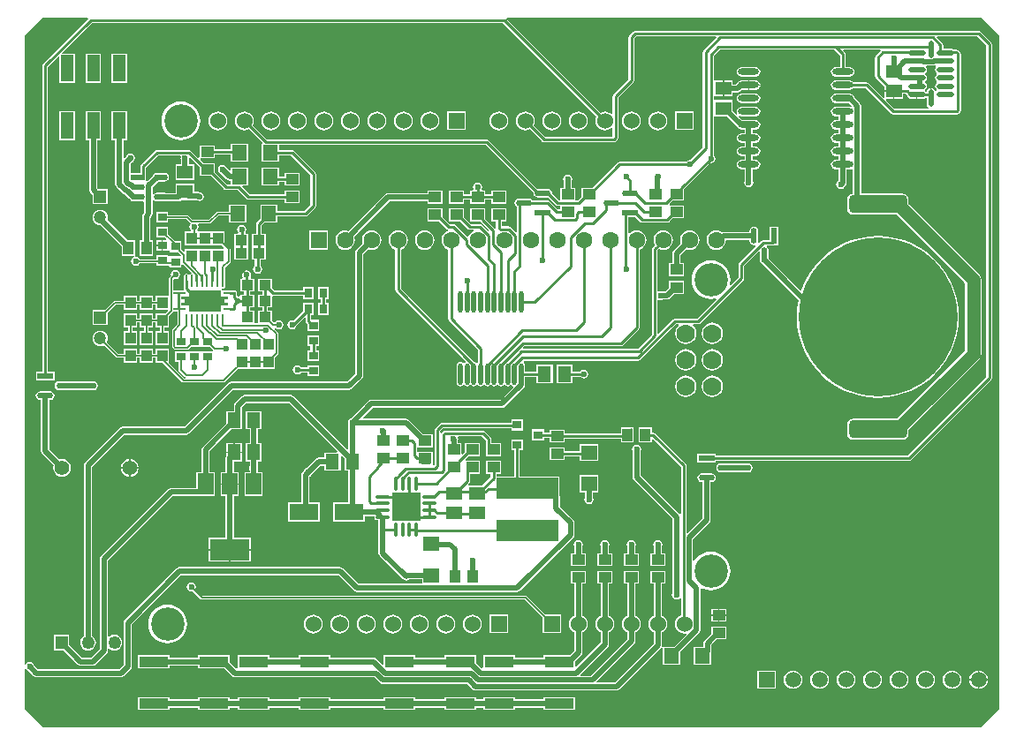
<source format=gtl>
G04*
G04 #@! TF.GenerationSoftware,Altium Limited,Altium Designer,20.1.14 (287)*
G04*
G04 Layer_Physical_Order=1*
G04 Layer_Color=255*
%FSLAX25Y25*%
%MOIN*%
G70*
G04*
G04 #@! TF.SameCoordinates,0E931F91-B317-41B1-A8FB-8677B043815F*
G04*
G04*
G04 #@! TF.FilePolarity,Positive*
G04*
G01*
G75*
%ADD13C,0.00500*%
%ADD15C,0.01000*%
G04:AMPARAMS|DCode=24|XSize=11.81mil|YSize=11.81mil|CornerRadius=1.95mil|HoleSize=0mil|Usage=FLASHONLY|Rotation=180.000|XOffset=0mil|YOffset=0mil|HoleType=Round|Shape=RoundedRectangle|*
%AMROUNDEDRECTD24*
21,1,0.01181,0.00791,0,0,180.0*
21,1,0.00791,0.01181,0,0,180.0*
1,1,0.00390,-0.00396,0.00396*
1,1,0.00390,0.00396,0.00396*
1,1,0.00390,0.00396,-0.00396*
1,1,0.00390,-0.00396,-0.00396*
%
%ADD24ROUNDEDRECTD24*%
%ADD34R,0.06001X0.02275*%
G04:AMPARAMS|DCode=35|XSize=60.01mil|YSize=22.75mil|CornerRadius=11.38mil|HoleSize=0mil|Usage=FLASHONLY|Rotation=0.000|XOffset=0mil|YOffset=0mil|HoleType=Round|Shape=RoundedRectangle|*
%AMROUNDEDRECTD35*
21,1,0.06001,0.00000,0,0,0.0*
21,1,0.03725,0.02275,0,0,0.0*
1,1,0.02275,0.01863,0.00000*
1,1,0.02275,-0.01863,0.00000*
1,1,0.02275,-0.01863,0.00000*
1,1,0.02275,0.01863,0.00000*
%
%ADD35ROUNDEDRECTD35*%
%ADD37R,0.05906X0.07874*%
%ADD38R,0.14961X0.07874*%
%ADD42R,0.05269X0.02275*%
G04:AMPARAMS|DCode=43|XSize=52.69mil|YSize=22.75mil|CornerRadius=11.38mil|HoleSize=0mil|Usage=FLASHONLY|Rotation=0.000|XOffset=0mil|YOffset=0mil|HoleType=Round|Shape=RoundedRectangle|*
%AMROUNDEDRECTD43*
21,1,0.05269,0.00000,0,0,0.0*
21,1,0.02993,0.02275,0,0,0.0*
1,1,0.02275,0.01497,0.00000*
1,1,0.02275,-0.01497,0.00000*
1,1,0.02275,-0.01497,0.00000*
1,1,0.02275,0.01497,0.00000*
%
%ADD43ROUNDEDRECTD43*%
G04:AMPARAMS|DCode=48|XSize=60.01mil|YSize=22.75mil|CornerRadius=11.38mil|HoleSize=0mil|Usage=FLASHONLY|Rotation=270.000|XOffset=0mil|YOffset=0mil|HoleType=Round|Shape=RoundedRectangle|*
%AMROUNDEDRECTD48*
21,1,0.06001,0.00000,0,0,270.0*
21,1,0.03725,0.02275,0,0,270.0*
1,1,0.02275,0.00000,-0.01863*
1,1,0.02275,0.00000,0.01863*
1,1,0.02275,0.00000,0.01863*
1,1,0.02275,0.00000,-0.01863*
%
%ADD48ROUNDEDRECTD48*%
%ADD49R,0.02275X0.06001*%
%ADD50R,0.04724X0.09843*%
%ADD56R,0.04921X0.04921*%
%ADD57C,0.04921*%
%ADD69R,0.03543X0.03150*%
%ADD70R,0.03937X0.04724*%
%ADD71R,0.05512X0.05906*%
%ADD72R,0.05906X0.05512*%
G04:AMPARAMS|DCode=73|XSize=9.45mil|YSize=43.62mil|CornerRadius=1.98mil|HoleSize=0mil|Usage=FLASHONLY|Rotation=180.000|XOffset=0mil|YOffset=0mil|HoleType=Round|Shape=RoundedRectangle|*
%AMROUNDEDRECTD73*
21,1,0.00945,0.03965,0,0,180.0*
21,1,0.00548,0.04362,0,0,180.0*
1,1,0.00397,-0.00274,0.01983*
1,1,0.00397,0.00274,0.01983*
1,1,0.00397,0.00274,-0.01983*
1,1,0.00397,-0.00274,-0.01983*
%
%ADD73ROUNDEDRECTD73*%
G04:AMPARAMS|DCode=74|XSize=9.45mil|YSize=43.62mil|CornerRadius=1.98mil|HoleSize=0mil|Usage=FLASHONLY|Rotation=90.000|XOffset=0mil|YOffset=0mil|HoleType=Round|Shape=RoundedRectangle|*
%AMROUNDEDRECTD74*
21,1,0.00945,0.03965,0,0,90.0*
21,1,0.00548,0.04362,0,0,90.0*
1,1,0.00397,0.01983,0.00274*
1,1,0.00397,0.01983,-0.00274*
1,1,0.00397,-0.01983,-0.00274*
1,1,0.00397,-0.01983,0.00274*
%
%ADD74ROUNDEDRECTD74*%
%ADD75O,0.02165X0.06508*%
%ADD76O,0.06508X0.02165*%
%ADD77O,0.02165X0.06508*%
%ADD78R,0.05906X0.05118*%
G04:AMPARAMS|DCode=79|XSize=13.39mil|YSize=51.89mil|CornerRadius=2.01mil|HoleSize=0mil|Usage=FLASHONLY|Rotation=0.000|XOffset=0mil|YOffset=0mil|HoleType=Round|Shape=RoundedRectangle|*
%AMROUNDEDRECTD79*
21,1,0.01339,0.04787,0,0,0.0*
21,1,0.00937,0.05189,0,0,0.0*
1,1,0.00402,0.00469,-0.02394*
1,1,0.00402,-0.00469,-0.02394*
1,1,0.00402,-0.00469,0.02394*
1,1,0.00402,0.00469,0.02394*
%
%ADD79ROUNDEDRECTD79*%
G04:AMPARAMS|DCode=80|XSize=13.39mil|YSize=51.89mil|CornerRadius=2.01mil|HoleSize=0mil|Usage=FLASHONLY|Rotation=270.000|XOffset=0mil|YOffset=0mil|HoleType=Round|Shape=RoundedRectangle|*
%AMROUNDEDRECTD80*
21,1,0.01339,0.04787,0,0,270.0*
21,1,0.00937,0.05189,0,0,270.0*
1,1,0.00402,-0.02394,-0.00469*
1,1,0.00402,-0.02394,0.00469*
1,1,0.00402,0.02394,0.00469*
1,1,0.00402,0.02394,-0.00469*
%
%ADD80ROUNDEDRECTD80*%
%ADD81R,0.10630X0.10630*%
%ADD82O,0.01772X0.08268*%
%ADD83R,0.04724X0.03937*%
%ADD84R,0.05118X0.05906*%
%ADD85R,0.03150X0.03543*%
%ADD86R,0.03937X0.04331*%
%ADD87R,0.04331X0.03937*%
%ADD88R,0.11024X0.06299*%
%ADD89R,0.11024X0.03937*%
%ADD90R,0.23622X0.07874*%
G04:AMPARAMS|DCode=91|XSize=69mil|YSize=220mil|CornerRadius=17.25mil|HoleSize=0mil|Usage=FLASHONLY|Rotation=90.000|XOffset=0mil|YOffset=0mil|HoleType=Round|Shape=RoundedRectangle|*
%AMROUNDEDRECTD91*
21,1,0.06900,0.18550,0,0,90.0*
21,1,0.03450,0.22000,0,0,90.0*
1,1,0.03450,0.09275,0.01725*
1,1,0.03450,0.09275,-0.01725*
1,1,0.03450,-0.09275,-0.01725*
1,1,0.03450,-0.09275,0.01725*
%
%ADD91ROUNDEDRECTD91*%
%ADD92C,0.60000*%
%ADD93R,0.03543X0.03150*%
%ADD94O,0.07874X0.02362*%
%ADD95C,0.02000*%
%ADD96C,0.05000*%
%ADD97C,0.06000*%
%ADD98C,0.06299*%
%ADD99R,0.06299X0.06299*%
%ADD100C,0.05543*%
%ADD101C,0.04724*%
%ADD102R,0.04724X0.04724*%
%ADD103R,0.05906X0.05906*%
%ADD104C,0.05906*%
%ADD105C,0.07000*%
%ADD106R,0.06000X0.06000*%
%ADD107C,0.12598*%
%ADD108C,0.02362*%
G36*
X344965Y250541D02*
X344973Y250507D01*
X344659Y250036D01*
X344536Y249419D01*
X344659Y248801D01*
X345009Y248278D01*
X345208Y248145D01*
Y247543D01*
X345009Y247410D01*
X344659Y246887D01*
X344536Y246269D01*
X344659Y245652D01*
X345009Y245128D01*
X345208Y244995D01*
Y244394D01*
X345009Y244261D01*
X344659Y243737D01*
X344536Y243120D01*
X344659Y242502D01*
X345009Y241979D01*
X345043Y241407D01*
X345003Y241365D01*
X344557Y241374D01*
X344487Y241381D01*
X344141Y241898D01*
X343618Y242248D01*
X343250Y242321D01*
Y238586D01*
X342750D01*
Y242321D01*
X342383Y242248D01*
X341859Y241898D01*
X341509Y241375D01*
X341463Y241146D01*
X340940D01*
X340792Y241244D01*
Y241845D01*
X340991Y241979D01*
X341341Y242502D01*
X341464Y243120D01*
X341341Y243737D01*
X340991Y244261D01*
X340792Y244394D01*
Y244995D01*
X340991Y245128D01*
X341341Y245652D01*
X341464Y246269D01*
X341341Y246887D01*
X340991Y247410D01*
X340792Y247543D01*
Y248145D01*
X340991Y248278D01*
X341341Y248801D01*
X341464Y249419D01*
X341341Y250036D01*
X341153Y250319D01*
X341420Y250819D01*
X344070D01*
X344655Y250935D01*
X344965Y250541D01*
D02*
G37*
G36*
X25038Y268480D02*
X8112Y251554D01*
X7891Y251223D01*
X7814Y250833D01*
Y135378D01*
X5333D01*
Y132102D01*
X12334D01*
Y135378D01*
X9853D01*
Y250411D01*
X13833Y254391D01*
X14295Y254200D01*
Y244406D01*
X20020D01*
Y255248D01*
X15343D01*
X15152Y255710D01*
X26422Y266980D01*
X181578D01*
X216899Y231659D01*
X216590Y230914D01*
X216470Y230000D01*
X216590Y229086D01*
X216943Y228235D01*
X217504Y227504D01*
X218235Y226943D01*
X219086Y226590D01*
X220000Y226470D01*
X220914Y226590D01*
X221765Y226943D01*
X222480Y227492D01*
X222662Y227465D01*
X222980Y227357D01*
Y224020D01*
X197422D01*
X193101Y228341D01*
X193410Y229086D01*
X193530Y230000D01*
X193410Y230914D01*
X193057Y231765D01*
X192496Y232496D01*
X191765Y233057D01*
X190914Y233410D01*
X190000Y233530D01*
X189086Y233410D01*
X188235Y233057D01*
X187504Y232496D01*
X186943Y231765D01*
X186590Y230914D01*
X186470Y230000D01*
X186590Y229086D01*
X186943Y228235D01*
X187504Y227504D01*
X188235Y226943D01*
X189086Y226590D01*
X190000Y226470D01*
X190914Y226590D01*
X191659Y226899D01*
X196279Y222279D01*
X196610Y222058D01*
X197000Y221980D01*
X223414D01*
X223804Y222058D01*
X224135Y222279D01*
X224721Y222865D01*
X224942Y223196D01*
X225020Y223586D01*
Y238834D01*
X230721Y244535D01*
X230942Y244866D01*
X231020Y245256D01*
Y261089D01*
X231922Y261992D01*
X261940D01*
X262132Y261530D01*
X257279Y256678D01*
X257058Y256347D01*
X256980Y255957D01*
Y219922D01*
X252227Y215169D01*
X252000Y215214D01*
X251344Y215084D01*
X250788Y214712D01*
X250659Y214520D01*
X225547D01*
X225157Y214442D01*
X224826Y214221D01*
X215420Y204815D01*
X211138D01*
Y201320D01*
X209838Y200020D01*
X208862D01*
Y204815D01*
X207529D01*
Y207263D01*
X207584Y207344D01*
X207714Y208000D01*
X207584Y208656D01*
X207212Y209212D01*
X206656Y209584D01*
X206000Y209714D01*
X205344Y209584D01*
X204788Y209212D01*
X204416Y208656D01*
X204286Y208000D01*
X204416Y207344D01*
X204471Y207263D01*
Y204815D01*
X203138D01*
Y200020D01*
X202609D01*
X200078Y202550D01*
X200116Y202740D01*
X199989Y203379D01*
X199627Y203921D01*
X199085Y204283D01*
X198446Y204410D01*
X194721D01*
X194531Y204372D01*
X176229Y222674D01*
X175898Y222895D01*
X175508Y222972D01*
X92470D01*
X87101Y228341D01*
X87410Y229086D01*
X87530Y230000D01*
X87410Y230914D01*
X87057Y231765D01*
X86496Y232496D01*
X85765Y233057D01*
X84914Y233410D01*
X84000Y233530D01*
X83086Y233410D01*
X82235Y233057D01*
X81504Y232496D01*
X80943Y231765D01*
X80590Y230914D01*
X80470Y230000D01*
X80590Y229086D01*
X80943Y228235D01*
X81504Y227504D01*
X82235Y226943D01*
X83086Y226590D01*
X84000Y226470D01*
X84914Y226590D01*
X85659Y226899D01*
X90783Y221775D01*
X90650Y221453D01*
X90650D01*
Y214547D01*
X97161D01*
Y216980D01*
X101578D01*
X108980Y209578D01*
Y198422D01*
X106578Y196020D01*
X96520D01*
Y198453D01*
X90008D01*
Y192989D01*
X88626Y191607D01*
X88405Y191276D01*
X88327Y190886D01*
Y187469D01*
X86681D01*
Y182531D01*
X86681D01*
Y182468D01*
X86681D01*
Y177532D01*
X87980D01*
Y175341D01*
X87788Y175212D01*
X87416Y174656D01*
X87286Y174000D01*
X87416Y173344D01*
X87788Y172788D01*
X88344Y172416D01*
X89000Y172286D01*
X89656Y172416D01*
X90212Y172788D01*
X90584Y173344D01*
X90714Y174000D01*
X90584Y174656D01*
X90212Y175212D01*
X90020Y175341D01*
Y177532D01*
X92012D01*
Y182468D01*
X92012D01*
Y182531D01*
X92012D01*
Y187469D01*
X90366D01*
Y190463D01*
X91450Y191547D01*
X96520D01*
Y193980D01*
X107000D01*
X107390Y194058D01*
X107721Y194279D01*
X110721Y197279D01*
X110942Y197610D01*
X111020Y198000D01*
Y210000D01*
X110942Y210390D01*
X110721Y210721D01*
X102721Y218721D01*
X102390Y218942D01*
X102000Y219020D01*
X97161D01*
Y220933D01*
X175086D01*
X193089Y202930D01*
X193051Y202740D01*
X193178Y202101D01*
X193540Y201559D01*
X194082Y201197D01*
X194721Y201070D01*
X198446D01*
X198636Y201108D01*
X201465Y198279D01*
X201796Y198058D01*
X202186Y197980D01*
X203138D01*
Y196673D01*
X202165D01*
X199117Y199721D01*
X198786Y199942D01*
X198396Y200020D01*
X192568D01*
X192460Y200181D01*
X191918Y200543D01*
X191279Y200670D01*
X187554D01*
X186915Y200543D01*
X186373Y200181D01*
X186011Y199639D01*
X185884Y199000D01*
X186011Y198361D01*
X186373Y197819D01*
X186831Y197513D01*
Y188133D01*
X186369Y187942D01*
X184440Y189871D01*
X184109Y190092D01*
X183719Y190169D01*
X181020D01*
Y192067D01*
X182862D01*
Y197004D01*
X177138D01*
Y192067D01*
X178980D01*
Y189735D01*
X178582Y189458D01*
X178527Y189450D01*
X174875Y193103D01*
X174862Y193166D01*
Y197004D01*
X169138D01*
Y192067D01*
X173065D01*
X173141Y191952D01*
X176540Y188554D01*
X176527Y188490D01*
X175985Y188326D01*
X173696Y190614D01*
X173366Y190835D01*
X172976Y190912D01*
X169459D01*
X166862Y193509D01*
Y197004D01*
X161138D01*
Y192067D01*
X165420D01*
X168315Y189172D01*
X168646Y188951D01*
X169036Y188873D01*
X170508D01*
X170607Y188373D01*
X170159Y188188D01*
X169397Y187603D01*
X168812Y186840D01*
X168626Y186391D01*
X168036Y186274D01*
X163697Y190614D01*
X163366Y190835D01*
X162976Y190912D01*
X161438D01*
X158842Y193509D01*
Y197004D01*
X153117D01*
Y192067D01*
X157400D01*
X160295Y189172D01*
X160626Y188951D01*
X160672Y188942D01*
X160724Y188422D01*
X160160Y188188D01*
X159397Y187603D01*
X158812Y186840D01*
X158444Y185953D01*
X158319Y185000D01*
X158444Y184047D01*
X158812Y183159D01*
X159397Y182397D01*
X160160Y181812D01*
X160980Y181472D01*
Y155199D01*
X161058Y154809D01*
X161279Y154478D01*
X172142Y143615D01*
Y138838D01*
X171695Y138628D01*
X171573Y138683D01*
X171143Y138971D01*
X170773Y139044D01*
X143020Y166798D01*
Y181472D01*
X143841Y181812D01*
X144603Y182397D01*
X145188Y183159D01*
X145556Y184047D01*
X145681Y185000D01*
X145556Y185953D01*
X145188Y186840D01*
X144603Y187603D01*
X143841Y188188D01*
X142953Y188556D01*
X142000Y188681D01*
X141047Y188556D01*
X140159Y188188D01*
X139397Y187603D01*
X138812Y186840D01*
X138444Y185953D01*
X138319Y185000D01*
X138444Y184047D01*
X138812Y183159D01*
X139397Y182397D01*
X140159Y181812D01*
X140980Y181472D01*
Y166376D01*
X141058Y165985D01*
X141279Y165655D01*
X167494Y139440D01*
X167355Y138872D01*
X167044Y138664D01*
X167014Y138619D01*
X166514D01*
X166483Y138664D01*
X166025Y138971D01*
X165484Y139078D01*
X164944Y138971D01*
X164485Y138664D01*
X164179Y138206D01*
X164071Y137665D01*
Y131169D01*
X164179Y130629D01*
X164485Y130170D01*
X164944Y129864D01*
X165484Y129756D01*
X166025Y129864D01*
X166483Y130170D01*
X166514Y130216D01*
X167014D01*
X167044Y130170D01*
X167503Y129864D01*
X168043Y129756D01*
X168584Y129864D01*
X169042Y130170D01*
X169073Y130216D01*
X169573D01*
X169603Y130170D01*
X170062Y129864D01*
X170602Y129756D01*
X171143Y129864D01*
X171601Y130170D01*
X171632Y130216D01*
X172132D01*
X172162Y130170D01*
X172621Y129864D01*
X173161Y129756D01*
X173702Y129864D01*
X174161Y130170D01*
X174191Y130216D01*
X174691D01*
X174721Y130170D01*
X175180Y129864D01*
X175721Y129756D01*
X176261Y129864D01*
X176720Y130170D01*
X176750Y130216D01*
X177250D01*
X177280Y130170D01*
X177739Y129864D01*
X178279Y129756D01*
X178820Y129864D01*
X179279Y130170D01*
X179309Y130216D01*
X179809D01*
X179840Y130170D01*
X180298Y129864D01*
X180839Y129756D01*
X181379Y129864D01*
X181838Y130170D01*
X181868Y130216D01*
X182368D01*
X182398Y130170D01*
X182857Y129864D01*
X183398Y129756D01*
X183938Y129864D01*
X184397Y130170D01*
X184427Y130216D01*
X184927D01*
X184958Y130170D01*
X185260Y129968D01*
X185396Y129397D01*
X180683Y124684D01*
X131895D01*
X131310Y124568D01*
X130813Y124236D01*
X124180Y117603D01*
X124084Y117584D01*
X123528Y117212D01*
X123157Y116656D01*
X123026Y116000D01*
X123157Y115344D01*
X123211Y115263D01*
Y106031D01*
X122749Y105839D01*
X102507Y126081D01*
X102011Y126413D01*
X101425Y126529D01*
X84172D01*
X83586Y126413D01*
X83090Y126081D01*
X80552Y123544D01*
X80221Y123048D01*
X80105Y122462D01*
Y120453D01*
X77016D01*
Y115710D01*
X68328Y107023D01*
X67997Y106527D01*
X67880Y105941D01*
Y97291D01*
X65957D01*
Y91447D01*
X56418D01*
X55832Y91330D01*
X55336Y90999D01*
X29958Y65621D01*
X29626Y65124D01*
X29510Y64539D01*
Y30593D01*
X26195Y27277D01*
X22885D01*
X17961Y32202D01*
Y35961D01*
X12039D01*
Y30039D01*
X15798D01*
X21170Y24667D01*
X21667Y24335D01*
X22252Y24219D01*
X26828D01*
X27414Y24335D01*
X27910Y24667D01*
X32121Y28877D01*
X32452Y29374D01*
X32569Y29959D01*
Y30518D01*
X33069Y30750D01*
X33507Y30414D01*
X34227Y30116D01*
X35000Y30014D01*
X35773Y30116D01*
X36493Y30414D01*
X37111Y30889D01*
X37586Y31507D01*
X37884Y32227D01*
X37971Y32882D01*
X38471Y32849D01*
Y24633D01*
X36729Y22892D01*
X6271D01*
X4603Y24560D01*
X4584Y24656D01*
X4212Y25212D01*
X3656Y25584D01*
X3000Y25714D01*
X2344Y25584D01*
X1788Y25212D01*
X1520Y24810D01*
X1020Y24962D01*
Y262078D01*
X7922Y268980D01*
X24831D01*
X25038Y268480D01*
D02*
G37*
G36*
X368980Y262078D02*
Y7922D01*
X362078Y1020D01*
X7922D01*
X1020Y7922D01*
Y23038D01*
X1520Y23190D01*
X1788Y22788D01*
X2344Y22416D01*
X2440Y22397D01*
X4556Y20281D01*
X5052Y19949D01*
X5638Y19833D01*
X37362D01*
X37947Y19949D01*
X38444Y20281D01*
X41081Y22919D01*
X41413Y23415D01*
X41529Y24000D01*
Y39831D01*
X60169Y58471D01*
X119433D01*
X125325Y52578D01*
X125821Y52247D01*
X126407Y52130D01*
X186937D01*
X187522Y52247D01*
X188018Y52578D01*
X208081Y72641D01*
X208413Y73137D01*
X208529Y73723D01*
Y78229D01*
X208413Y78815D01*
X208081Y79311D01*
X202994Y84398D01*
Y88272D01*
X202965Y88419D01*
Y95646D01*
X187957D01*
Y105599D01*
X189209D01*
Y109749D01*
X184665D01*
Y105599D01*
X185917D01*
Y95646D01*
X179020D01*
Y96780D01*
X180862D01*
Y101717D01*
X175138D01*
Y96780D01*
X176980D01*
Y95501D01*
X173849Y92370D01*
X168602D01*
X168395Y92870D01*
X168859Y93334D01*
X169080Y93665D01*
X169157Y94055D01*
Y96780D01*
X172862D01*
Y101717D01*
X167531D01*
X167324Y102217D01*
X168580Y103473D01*
X172862D01*
Y108410D01*
X167138D01*
Y104915D01*
X166324Y104101D01*
X165862Y104292D01*
Y108410D01*
X164517D01*
Y109100D01*
X164559Y109163D01*
X164690Y109819D01*
X164559Y110475D01*
X164516Y110539D01*
X164752Y110980D01*
X173578D01*
X175118Y109440D01*
Y107410D01*
X175138Y107311D01*
Y103473D01*
X180862D01*
Y108410D01*
X177157D01*
Y109862D01*
X177080Y110252D01*
X176859Y110583D01*
X174721Y112721D01*
X174390Y112942D01*
X174000Y113020D01*
X159629D01*
X159239Y112942D01*
X158908Y112721D01*
X158323Y112136D01*
X158321Y112136D01*
X157823Y112287D01*
Y112923D01*
X158880Y113980D01*
X184665D01*
Y113080D01*
X189209D01*
Y117229D01*
X184665D01*
Y116020D01*
X158458D01*
X158067Y115942D01*
X157737Y115721D01*
X156082Y114067D01*
X155861Y113736D01*
X155783Y113346D01*
Y100109D01*
X155475Y99924D01*
X155032Y100188D01*
Y104997D01*
X149307D01*
X149193Y105449D01*
Y106300D01*
X149307Y106753D01*
X149693Y106753D01*
X155032D01*
Y111690D01*
X151470D01*
X146078Y117081D01*
X145582Y117413D01*
X144997Y117529D01*
X129086D01*
X128894Y117991D01*
X132528Y121625D01*
X181316D01*
X181901Y121742D01*
X182398Y122073D01*
X189483Y129159D01*
X189815Y129655D01*
X189931Y130240D01*
Y133398D01*
X194222D01*
Y130965D01*
X200340D01*
Y137870D01*
X194222D01*
Y135437D01*
X189929D01*
Y137665D01*
X189821Y138206D01*
X189515Y138664D01*
X189440Y139296D01*
X189574Y139466D01*
X232607D01*
X232997Y139544D01*
X233328Y139765D01*
X246847Y153284D01*
X247739D01*
X247899Y152810D01*
X247698Y152656D01*
X247057Y151820D01*
X246654Y150847D01*
X246517Y149803D01*
X246654Y148759D01*
X247057Y147786D01*
X247698Y146950D01*
X248534Y146309D01*
X249507Y145906D01*
X250551Y145769D01*
X251595Y145906D01*
X252569Y146309D01*
X253404Y146950D01*
X254045Y147786D01*
X254448Y148759D01*
X254586Y149803D01*
X254448Y150847D01*
X254045Y151820D01*
X253404Y152656D01*
X253203Y152810D01*
X253364Y153284D01*
X255311D01*
X255701Y153361D01*
X256031Y153582D01*
X272223Y169774D01*
X272444Y170105D01*
X272522Y170495D01*
Y175382D01*
X277868Y180729D01*
X278330Y180537D01*
Y177554D01*
X278457Y176915D01*
X278819Y176373D01*
X279361Y176011D01*
X279478Y175988D01*
X293138Y162328D01*
X292644Y159420D01*
X292452Y156000D01*
X292644Y152580D01*
X293218Y149202D01*
X294166Y145911D01*
X295477Y142746D01*
X297134Y139748D01*
X299117Y136954D01*
X301399Y134399D01*
X303954Y132117D01*
X306747Y130134D01*
X309746Y128477D01*
X312911Y127166D01*
X316202Y126218D01*
X319580Y125644D01*
X323000Y125452D01*
X326420Y125644D01*
X329798Y126218D01*
X333089Y127166D01*
X336254Y128477D01*
X339253Y130134D01*
X342046Y132117D01*
X344601Y134399D01*
X346883Y136954D01*
X348866Y139748D01*
X350523Y142746D01*
X351834Y145911D01*
X352782Y149202D01*
X353356Y152580D01*
X353548Y156000D01*
X353356Y159420D01*
X352782Y162798D01*
X351834Y166089D01*
X350523Y169254D01*
X348866Y172253D01*
X346883Y175046D01*
X344601Y177601D01*
X342046Y179883D01*
X339253Y181866D01*
X336254Y183523D01*
X333089Y184834D01*
X329798Y185782D01*
X326420Y186356D01*
X323000Y186548D01*
X319580Y186356D01*
X316202Y185782D01*
X312911Y184834D01*
X309746Y183523D01*
X306747Y181866D01*
X303954Y179883D01*
X301399Y177601D01*
X299117Y175046D01*
X297134Y172253D01*
X295477Y169254D01*
X294237Y166261D01*
X293704Y166087D01*
X281670Y178121D01*
Y181279D01*
X281543Y181918D01*
X281181Y182460D01*
X281026Y182563D01*
X281178Y183063D01*
X283102D01*
X283201Y183083D01*
X285378D01*
Y190084D01*
X282102D01*
Y185102D01*
X279780D01*
X279390Y185025D01*
X279059Y184804D01*
X278306Y184051D01*
X277845Y184297D01*
X277930Y184721D01*
Y188446D01*
X277803Y189085D01*
X277441Y189627D01*
X276899Y189989D01*
X276260Y190116D01*
X275621Y189989D01*
X275079Y189627D01*
X274717Y189085D01*
X274590Y188446D01*
Y188113D01*
X264747D01*
X264161Y187996D01*
X264123Y187971D01*
X263841Y188188D01*
X262953Y188556D01*
X262000Y188681D01*
X261047Y188556D01*
X260159Y188188D01*
X259397Y187603D01*
X258812Y186840D01*
X258444Y185953D01*
X258319Y185000D01*
X258444Y184047D01*
X258812Y183159D01*
X259397Y182397D01*
X260159Y181812D01*
X261047Y181444D01*
X262000Y181319D01*
X262953Y181444D01*
X263841Y181812D01*
X264603Y182397D01*
X265188Y183159D01*
X265556Y184047D01*
X265681Y185000D01*
X265728Y185054D01*
X274590D01*
Y184721D01*
X274717Y184082D01*
X275079Y183540D01*
X275621Y183178D01*
X276260Y183051D01*
X276684Y183135D01*
X276930Y182674D01*
X270781Y176526D01*
X270560Y176195D01*
X270483Y175805D01*
Y170917D01*
X267510Y167945D01*
X267068Y168210D01*
X267178Y168572D01*
X267319Y170000D01*
X267178Y171428D01*
X266762Y172801D01*
X266085Y174066D01*
X265175Y175175D01*
X264066Y176085D01*
X262801Y176762D01*
X261428Y177178D01*
X260000Y177319D01*
X258572Y177178D01*
X257199Y176762D01*
X255934Y176085D01*
X254825Y175175D01*
X253915Y174066D01*
X253238Y172801D01*
X252822Y171428D01*
X252681Y170000D01*
X252822Y168572D01*
X253238Y167199D01*
X253915Y165934D01*
X254825Y164825D01*
X255934Y163915D01*
X257199Y163238D01*
X258572Y162822D01*
X260000Y162681D01*
X261428Y162822D01*
X261790Y162932D01*
X262055Y162490D01*
X254888Y155323D01*
X246424D01*
X246034Y155245D01*
X245704Y155024D01*
X240300Y149621D01*
X239839Y149812D01*
Y162224D01*
X240280Y162460D01*
X240344Y162416D01*
X241000Y162286D01*
X241656Y162416D01*
X241841Y162540D01*
X243527D01*
X244113Y162656D01*
X244609Y162988D01*
X246301Y164680D01*
X249862D01*
Y169617D01*
X244138D01*
Y166843D01*
X242894Y165599D01*
X241580D01*
X241000Y165714D01*
X240344Y165584D01*
X240280Y165540D01*
X239839Y165776D01*
Y181183D01*
X240377Y181722D01*
X241047Y181444D01*
X242000Y181319D01*
X242953Y181444D01*
X243841Y181812D01*
X244603Y182397D01*
X245188Y183159D01*
X245556Y184047D01*
X245681Y185000D01*
X245556Y185953D01*
X245188Y186840D01*
X244603Y187603D01*
X243841Y188188D01*
X242953Y188556D01*
X242000Y188681D01*
X241047Y188556D01*
X240160Y188188D01*
X239397Y187603D01*
X238812Y186840D01*
X238444Y185953D01*
X238319Y185000D01*
X238444Y184047D01*
X238812Y183159D01*
X238864Y183092D01*
X238098Y182326D01*
X237877Y181996D01*
X237799Y181606D01*
Y149241D01*
X232578Y144020D01*
X189234D01*
X189027Y144520D01*
X189488Y144980D01*
X226000D01*
X226390Y145058D01*
X226721Y145279D01*
X232721Y151279D01*
X232942Y151610D01*
X233020Y152000D01*
Y181472D01*
X233840Y181812D01*
X234603Y182397D01*
X235188Y183159D01*
X235556Y184047D01*
X235681Y185000D01*
X235556Y185953D01*
X235188Y186840D01*
X234603Y187603D01*
X233840Y188188D01*
X232953Y188556D01*
X232000Y188681D01*
X231047Y188556D01*
X230159Y188188D01*
X229397Y187603D01*
X229343Y187533D01*
X228870Y187694D01*
Y193622D01*
X231642D01*
X233300Y191964D01*
X233631Y191743D01*
X234021Y191665D01*
X243638D01*
X244028Y191743D01*
X244359Y191964D01*
X245580Y193185D01*
X249862D01*
Y198122D01*
X244531D01*
X244324Y198622D01*
X245580Y199878D01*
X249862D01*
Y203716D01*
X249882Y203815D01*
Y204180D01*
X259773Y214071D01*
X260000Y214026D01*
X260656Y214157D01*
X261212Y214528D01*
X261584Y215084D01*
X261714Y215740D01*
X261584Y216396D01*
X261212Y216952D01*
X261020Y217081D01*
Y231314D01*
X261294Y231701D01*
X261520Y231701D01*
X266037D01*
X270046Y227691D01*
X270316Y227288D01*
X270872Y226916D01*
X271528Y226786D01*
X272754D01*
Y225214D01*
X271528D01*
X270872Y225084D01*
X270316Y224712D01*
X269944Y224156D01*
X269813Y223500D01*
X269944Y222844D01*
X270316Y222288D01*
X270872Y221916D01*
X271528Y221786D01*
X272754D01*
Y220214D01*
X271528D01*
X270872Y220084D01*
X270316Y219712D01*
X269944Y219156D01*
X269813Y218500D01*
X269944Y217844D01*
X270316Y217288D01*
X270872Y216916D01*
X271528Y216786D01*
X272754D01*
Y215214D01*
X271528D01*
X270872Y215084D01*
X270316Y214712D01*
X269944Y214156D01*
X269813Y213500D01*
X269944Y212844D01*
X270316Y212288D01*
X270872Y211916D01*
X271528Y211786D01*
X272754D01*
Y207453D01*
X272700Y207372D01*
X272569Y206716D01*
X272700Y206061D01*
X273072Y205504D01*
X273627Y205133D01*
X274284Y205002D01*
X274939Y205133D01*
X275496Y205504D01*
X275867Y206061D01*
X275997Y206716D01*
X275867Y207372D01*
X275813Y207453D01*
Y211786D01*
X277039D01*
X277695Y211916D01*
X278251Y212288D01*
X278623Y212844D01*
X278753Y213500D01*
X278623Y214156D01*
X278251Y214712D01*
X277695Y215084D01*
X277039Y215214D01*
X275813D01*
Y216786D01*
X277039D01*
X277695Y216916D01*
X278251Y217288D01*
X278623Y217844D01*
X278753Y218500D01*
X278623Y219156D01*
X278251Y219712D01*
X277695Y220084D01*
X277039Y220214D01*
X275813D01*
Y221786D01*
X277039D01*
X277695Y221916D01*
X278251Y222288D01*
X278623Y222844D01*
X278753Y223500D01*
X278623Y224156D01*
X278251Y224712D01*
X277695Y225084D01*
X277039Y225214D01*
X275813D01*
Y226786D01*
X277039D01*
X277695Y226916D01*
X278251Y227288D01*
X278623Y227844D01*
X278753Y228500D01*
X278623Y229156D01*
X278251Y229712D01*
X277695Y230084D01*
X277039Y230214D01*
X271849D01*
X270499Y231564D01*
X270818Y231952D01*
X270872Y231916D01*
X271528Y231786D01*
X277039D01*
X277695Y231916D01*
X278251Y232288D01*
X278623Y232844D01*
X278753Y233500D01*
X278623Y234156D01*
X278251Y234712D01*
X277695Y235084D01*
X277039Y235214D01*
X271528D01*
X270872Y235084D01*
X270316Y234712D01*
X269944Y234156D01*
X269813Y233500D01*
X269944Y232844D01*
X269980Y232791D01*
X269591Y232472D01*
X268199Y233864D01*
Y237819D01*
X261520D01*
X261294Y237819D01*
X261020Y238205D01*
Y238795D01*
X261294Y239181D01*
X261520Y239181D01*
X264497D01*
Y242240D01*
Y245299D01*
X261520D01*
X261294Y245299D01*
X261020Y245686D01*
Y254578D01*
X263379Y256937D01*
X306578D01*
X308697Y254818D01*
Y250214D01*
X306961D01*
X306305Y250084D01*
X305749Y249712D01*
X305377Y249156D01*
X305247Y248500D01*
X305377Y247844D01*
X305749Y247288D01*
X306305Y246916D01*
X306961Y246786D01*
X312472D01*
X313128Y246916D01*
X313685Y247288D01*
X314056Y247844D01*
X314187Y248500D01*
X314056Y249156D01*
X313685Y249712D01*
X313128Y250084D01*
X312472Y250214D01*
X310736D01*
Y255240D01*
X310659Y255630D01*
X310437Y255961D01*
X309924Y256475D01*
X310115Y256937D01*
X323788D01*
X323995Y256437D01*
X322279Y254721D01*
X322058Y254390D01*
X321980Y254000D01*
Y246866D01*
X322058Y246476D01*
X322279Y246145D01*
X325547Y242877D01*
Y241510D01*
X329000D01*
Y241260D01*
X329250D01*
Y238201D01*
X332453D01*
Y240240D01*
X333514D01*
X333894Y239970D01*
X334017Y239352D01*
X334367Y238829D01*
X334890Y238479D01*
X335508Y238356D01*
X337429D01*
Y239970D01*
X337929D01*
Y238356D01*
X339850D01*
X340468Y238479D01*
X340886Y238759D01*
X341258Y238632D01*
X341386Y238537D01*
Y236415D01*
X341509Y235797D01*
X341859Y235274D01*
X342239Y235020D01*
X342088Y234520D01*
X329285D01*
X326066Y237739D01*
X326257Y238201D01*
X328750D01*
Y241010D01*
X325547D01*
Y238911D01*
X325085Y238720D01*
X319584Y244221D01*
X319253Y244442D01*
X318863Y244520D01*
X313813D01*
X313685Y244712D01*
X313128Y245084D01*
X312472Y245214D01*
X306961D01*
X306305Y245084D01*
X305749Y244712D01*
X305377Y244156D01*
X305247Y243500D01*
X305377Y242844D01*
X305749Y242288D01*
X306305Y241916D01*
X306961Y241786D01*
X312472D01*
X313128Y241916D01*
X313685Y242288D01*
X313813Y242480D01*
X318441D01*
X328142Y232779D01*
X328473Y232558D01*
X328863Y232480D01*
X352728D01*
X353118Y232558D01*
X353449Y232779D01*
X354035Y233365D01*
X354256Y233696D01*
X354333Y234086D01*
Y255288D01*
X354256Y255678D01*
X354035Y256009D01*
X353449Y256595D01*
X353118Y256816D01*
X352728Y256894D01*
X351582D01*
X351110Y257209D01*
X350492Y257332D01*
X347669D01*
Y258725D01*
X347592Y259115D01*
X347371Y259446D01*
X345286Y261530D01*
X345478Y261992D01*
X360566D01*
X363980Y258578D01*
Y133422D01*
X334318Y103760D01*
X261917D01*
Y104378D01*
X254916D01*
Y101102D01*
X261917D01*
Y101721D01*
X334740D01*
X335130Y101798D01*
X335461Y102019D01*
X365721Y132279D01*
X365942Y132610D01*
X366020Y133000D01*
Y259000D01*
X365942Y259390D01*
X365721Y259721D01*
X361709Y263733D01*
X361378Y263954D01*
X360988Y264031D01*
X231500D01*
X231110Y263954D01*
X230779Y263733D01*
X229279Y262233D01*
X229058Y261902D01*
X228980Y261512D01*
Y245678D01*
X223279Y239977D01*
X223058Y239646D01*
X222980Y239256D01*
Y232643D01*
X222662Y232535D01*
X222480Y232508D01*
X221765Y233057D01*
X220914Y233410D01*
X220000Y233530D01*
X219086Y233410D01*
X218341Y233101D01*
X182961Y268480D01*
X183169Y268980D01*
X362078D01*
X368980Y262078D01*
D02*
G37*
G36*
X119056Y105206D02*
X118865Y104744D01*
X114201D01*
Y102821D01*
X112000D01*
X111415Y102704D01*
X110919Y102373D01*
X107440Y98894D01*
X107344Y98875D01*
X106788Y98503D01*
X106416Y97947D01*
X106397Y97852D01*
X105919Y97373D01*
X105587Y96877D01*
X105471Y96291D01*
Y85941D01*
X100524D01*
Y78642D01*
X112547D01*
Y85941D01*
X108529D01*
Y95658D01*
X108560Y95689D01*
X108656Y95708D01*
X109212Y96079D01*
X109584Y96635D01*
X109603Y96731D01*
X112634Y99762D01*
X114201D01*
Y97839D01*
X120319D01*
Y103290D01*
X120781Y103481D01*
X121681Y102581D01*
Y97839D01*
X123211D01*
Y85941D01*
X117453D01*
Y78642D01*
X129476D01*
Y80762D01*
X133195D01*
Y79984D01*
X133249Y79711D01*
X133404Y79479D01*
X133636Y79324D01*
X133909Y79270D01*
X134640D01*
Y76122D01*
Y66794D01*
X134756Y66209D01*
X135088Y65713D01*
X143701Y57100D01*
X143770Y57053D01*
X143826Y56969D01*
X144382Y56598D01*
X145038Y56467D01*
X145059Y56471D01*
X145061Y56471D01*
X145647Y56587D01*
X145649Y56589D01*
X145694Y56598D01*
X146182Y56923D01*
X151110D01*
Y55197D01*
X150614Y55189D01*
X127040D01*
X121148Y61081D01*
X120651Y61413D01*
X120066Y61529D01*
X59536D01*
X58950Y61413D01*
X58454Y61081D01*
X38919Y41546D01*
X38587Y41050D01*
X38471Y40464D01*
Y33151D01*
X37971Y33118D01*
X37884Y33773D01*
X37586Y34493D01*
X37111Y35111D01*
X36493Y35586D01*
X35773Y35884D01*
X35000Y35986D01*
X34227Y35884D01*
X33507Y35586D01*
X33069Y35250D01*
X32569Y35482D01*
Y63906D01*
X57051Y88388D01*
X67457D01*
X67605Y88417D01*
X72862D01*
Y97291D01*
X70939D01*
Y105308D01*
X79179Y113547D01*
X83134D01*
Y118018D01*
X83163Y118165D01*
Y121829D01*
X84805Y123471D01*
X100792D01*
X119056Y105206D01*
D02*
G37*
%LPC*%
G36*
X39705Y255248D02*
X33980D01*
Y244406D01*
X39705D01*
Y255248D01*
D02*
G37*
G36*
X29862D02*
X24138D01*
Y244406D01*
X29862D01*
Y255248D01*
D02*
G37*
G36*
X253500Y233500D02*
X246500D01*
Y226500D01*
X253500D01*
Y233500D01*
D02*
G37*
G36*
X167500D02*
X160500D01*
Y226500D01*
X167500D01*
Y233500D01*
D02*
G37*
G36*
X240000Y233530D02*
X239086Y233410D01*
X238235Y233057D01*
X237504Y232496D01*
X236943Y231765D01*
X236590Y230914D01*
X236470Y230000D01*
X236590Y229086D01*
X236943Y228235D01*
X237504Y227504D01*
X238235Y226943D01*
X239086Y226590D01*
X240000Y226470D01*
X240914Y226590D01*
X241765Y226943D01*
X242496Y227504D01*
X243057Y228235D01*
X243410Y229086D01*
X243530Y230000D01*
X243410Y230914D01*
X243057Y231765D01*
X242496Y232496D01*
X241765Y233057D01*
X240914Y233410D01*
X240000Y233530D01*
D02*
G37*
G36*
X230000D02*
X229086Y233410D01*
X228235Y233057D01*
X227504Y232496D01*
X226943Y231765D01*
X226590Y230914D01*
X226470Y230000D01*
X226590Y229086D01*
X226943Y228235D01*
X227504Y227504D01*
X228235Y226943D01*
X229086Y226590D01*
X230000Y226470D01*
X230914Y226590D01*
X231765Y226943D01*
X232496Y227504D01*
X233057Y228235D01*
X233410Y229086D01*
X233530Y230000D01*
X233410Y230914D01*
X233057Y231765D01*
X232496Y232496D01*
X231765Y233057D01*
X230914Y233410D01*
X230000Y233530D01*
D02*
G37*
G36*
X210000D02*
X209086Y233410D01*
X208235Y233057D01*
X207504Y232496D01*
X206943Y231765D01*
X206590Y230914D01*
X206470Y230000D01*
X206590Y229086D01*
X206943Y228235D01*
X207504Y227504D01*
X208235Y226943D01*
X209086Y226590D01*
X210000Y226470D01*
X210914Y226590D01*
X211765Y226943D01*
X212496Y227504D01*
X213057Y228235D01*
X213410Y229086D01*
X213530Y230000D01*
X213410Y230914D01*
X213057Y231765D01*
X212496Y232496D01*
X211765Y233057D01*
X210914Y233410D01*
X210000Y233530D01*
D02*
G37*
G36*
X200000D02*
X199086Y233410D01*
X198235Y233057D01*
X197504Y232496D01*
X196943Y231765D01*
X196590Y230914D01*
X196470Y230000D01*
X196590Y229086D01*
X196943Y228235D01*
X197504Y227504D01*
X198235Y226943D01*
X199086Y226590D01*
X200000Y226470D01*
X200914Y226590D01*
X201765Y226943D01*
X202496Y227504D01*
X203057Y228235D01*
X203410Y229086D01*
X203530Y230000D01*
X203410Y230914D01*
X203057Y231765D01*
X202496Y232496D01*
X201765Y233057D01*
X200914Y233410D01*
X200000Y233530D01*
D02*
G37*
G36*
X180000D02*
X179086Y233410D01*
X178235Y233057D01*
X177504Y232496D01*
X176943Y231765D01*
X176590Y230914D01*
X176470Y230000D01*
X176590Y229086D01*
X176943Y228235D01*
X177504Y227504D01*
X178235Y226943D01*
X179086Y226590D01*
X180000Y226470D01*
X180914Y226590D01*
X181765Y226943D01*
X182496Y227504D01*
X183057Y228235D01*
X183410Y229086D01*
X183530Y230000D01*
X183410Y230914D01*
X183057Y231765D01*
X182496Y232496D01*
X181765Y233057D01*
X180914Y233410D01*
X180000Y233530D01*
D02*
G37*
G36*
X154000D02*
X153086Y233410D01*
X152235Y233057D01*
X151504Y232496D01*
X150943Y231765D01*
X150590Y230914D01*
X150470Y230000D01*
X150590Y229086D01*
X150943Y228235D01*
X151504Y227504D01*
X152235Y226943D01*
X153086Y226590D01*
X154000Y226470D01*
X154914Y226590D01*
X155765Y226943D01*
X156496Y227504D01*
X157057Y228235D01*
X157410Y229086D01*
X157530Y230000D01*
X157410Y230914D01*
X157057Y231765D01*
X156496Y232496D01*
X155765Y233057D01*
X154914Y233410D01*
X154000Y233530D01*
D02*
G37*
G36*
X144000D02*
X143086Y233410D01*
X142235Y233057D01*
X141504Y232496D01*
X140943Y231765D01*
X140590Y230914D01*
X140470Y230000D01*
X140590Y229086D01*
X140943Y228235D01*
X141504Y227504D01*
X142235Y226943D01*
X143086Y226590D01*
X144000Y226470D01*
X144914Y226590D01*
X145765Y226943D01*
X146496Y227504D01*
X147057Y228235D01*
X147410Y229086D01*
X147530Y230000D01*
X147410Y230914D01*
X147057Y231765D01*
X146496Y232496D01*
X145765Y233057D01*
X144914Y233410D01*
X144000Y233530D01*
D02*
G37*
G36*
X134000D02*
X133086Y233410D01*
X132235Y233057D01*
X131504Y232496D01*
X130943Y231765D01*
X130590Y230914D01*
X130470Y230000D01*
X130590Y229086D01*
X130943Y228235D01*
X131504Y227504D01*
X132235Y226943D01*
X133086Y226590D01*
X134000Y226470D01*
X134914Y226590D01*
X135765Y226943D01*
X136496Y227504D01*
X137057Y228235D01*
X137410Y229086D01*
X137530Y230000D01*
X137410Y230914D01*
X137057Y231765D01*
X136496Y232496D01*
X135765Y233057D01*
X134914Y233410D01*
X134000Y233530D01*
D02*
G37*
G36*
X124000D02*
X123086Y233410D01*
X122235Y233057D01*
X121504Y232496D01*
X120943Y231765D01*
X120590Y230914D01*
X120470Y230000D01*
X120590Y229086D01*
X120943Y228235D01*
X121504Y227504D01*
X122235Y226943D01*
X123086Y226590D01*
X124000Y226470D01*
X124914Y226590D01*
X125765Y226943D01*
X126496Y227504D01*
X127057Y228235D01*
X127410Y229086D01*
X127530Y230000D01*
X127410Y230914D01*
X127057Y231765D01*
X126496Y232496D01*
X125765Y233057D01*
X124914Y233410D01*
X124000Y233530D01*
D02*
G37*
G36*
X114000D02*
X113086Y233410D01*
X112235Y233057D01*
X111504Y232496D01*
X110943Y231765D01*
X110590Y230914D01*
X110470Y230000D01*
X110590Y229086D01*
X110943Y228235D01*
X111504Y227504D01*
X112235Y226943D01*
X113086Y226590D01*
X114000Y226470D01*
X114914Y226590D01*
X115765Y226943D01*
X116496Y227504D01*
X117057Y228235D01*
X117410Y229086D01*
X117530Y230000D01*
X117410Y230914D01*
X117057Y231765D01*
X116496Y232496D01*
X115765Y233057D01*
X114914Y233410D01*
X114000Y233530D01*
D02*
G37*
G36*
X104000D02*
X103086Y233410D01*
X102235Y233057D01*
X101504Y232496D01*
X100943Y231765D01*
X100590Y230914D01*
X100470Y230000D01*
X100590Y229086D01*
X100943Y228235D01*
X101504Y227504D01*
X102235Y226943D01*
X103086Y226590D01*
X104000Y226470D01*
X104914Y226590D01*
X105765Y226943D01*
X106496Y227504D01*
X107057Y228235D01*
X107410Y229086D01*
X107530Y230000D01*
X107410Y230914D01*
X107057Y231765D01*
X106496Y232496D01*
X105765Y233057D01*
X104914Y233410D01*
X104000Y233530D01*
D02*
G37*
G36*
X94000D02*
X93086Y233410D01*
X92235Y233057D01*
X91504Y232496D01*
X90943Y231765D01*
X90590Y230914D01*
X90470Y230000D01*
X90590Y229086D01*
X90943Y228235D01*
X91504Y227504D01*
X92235Y226943D01*
X93086Y226590D01*
X94000Y226470D01*
X94914Y226590D01*
X95765Y226943D01*
X96496Y227504D01*
X97057Y228235D01*
X97410Y229086D01*
X97530Y230000D01*
X97410Y230914D01*
X97057Y231765D01*
X96496Y232496D01*
X95765Y233057D01*
X94914Y233410D01*
X94000Y233530D01*
D02*
G37*
G36*
X74000D02*
X73086Y233410D01*
X72235Y233057D01*
X71504Y232496D01*
X70943Y231765D01*
X70590Y230914D01*
X70470Y230000D01*
X70590Y229086D01*
X70943Y228235D01*
X71504Y227504D01*
X72235Y226943D01*
X73086Y226590D01*
X74000Y226470D01*
X74914Y226590D01*
X75765Y226943D01*
X76496Y227504D01*
X77057Y228235D01*
X77410Y229086D01*
X77530Y230000D01*
X77410Y230914D01*
X77057Y231765D01*
X76496Y232496D01*
X75765Y233057D01*
X74914Y233410D01*
X74000Y233530D01*
D02*
G37*
G36*
X20020Y233594D02*
X14295D01*
Y222752D01*
X20020D01*
Y233594D01*
D02*
G37*
G36*
X60000Y237319D02*
X58572Y237178D01*
X57199Y236762D01*
X55934Y236085D01*
X54825Y235175D01*
X53915Y234066D01*
X53238Y232801D01*
X52822Y231428D01*
X52681Y230000D01*
X52822Y228572D01*
X53238Y227199D01*
X53915Y225934D01*
X54825Y224825D01*
X55934Y223915D01*
X57199Y223238D01*
X58572Y222822D01*
X60000Y222681D01*
X61428Y222822D01*
X62801Y223238D01*
X64066Y223915D01*
X65175Y224825D01*
X66085Y225934D01*
X66762Y227199D01*
X67178Y228572D01*
X67319Y230000D01*
X67178Y231428D01*
X66762Y232801D01*
X66085Y234066D01*
X65175Y235175D01*
X64066Y236085D01*
X62801Y236762D01*
X61428Y237178D01*
X60000Y237319D01*
D02*
G37*
G36*
X39705Y233594D02*
X33980D01*
Y222752D01*
X35313D01*
Y219083D01*
X35259Y219002D01*
X35129Y218347D01*
X35259Y217690D01*
X35313Y217610D01*
Y206127D01*
X35430Y205541D01*
X35761Y205045D01*
X38322Y202484D01*
X38818Y202153D01*
X39177Y202081D01*
X40651Y200607D01*
X40655Y200584D01*
X41017Y200042D01*
X41559Y199680D01*
X42198Y199553D01*
X45191D01*
X45800Y199674D01*
X45907Y199674D01*
X46300Y199463D01*
Y195465D01*
X45919Y195083D01*
X45587Y194587D01*
X45471Y194002D01*
Y184862D01*
X44532D01*
Y179138D01*
X49468D01*
Y183370D01*
X49488Y183468D01*
X49468Y183567D01*
Y184862D01*
X48529D01*
Y193368D01*
X48911Y193750D01*
X49242Y194246D01*
X49359Y194831D01*
Y199812D01*
X49622Y199948D01*
X49859Y200007D01*
X50348Y199680D01*
X50987Y199553D01*
X53981D01*
X54620Y199680D01*
X54640Y199694D01*
X59213D01*
X59798Y199810D01*
X60280Y200132D01*
X62592D01*
X62740Y200103D01*
X65971D01*
X66344Y199853D01*
X67000Y199723D01*
X67656Y199853D01*
X68212Y200225D01*
X68584Y200781D01*
X68714Y201437D01*
X68584Y202093D01*
X68212Y202649D01*
X67656Y203021D01*
X67000Y203151D01*
X66880Y203127D01*
X66707Y203162D01*
X65027D01*
Y206251D01*
X58122D01*
Y202752D01*
X54640D01*
X54620Y202766D01*
X53981Y202893D01*
X50987D01*
X50348Y202766D01*
X49859Y202438D01*
X49622Y202498D01*
X49359Y202633D01*
Y204912D01*
X51480Y207033D01*
X53981D01*
X54620Y207161D01*
X55161Y207523D01*
X55523Y208064D01*
X55650Y208703D01*
X55523Y209342D01*
X55161Y209884D01*
X54620Y210246D01*
X53981Y210373D01*
X50987D01*
X50348Y210246D01*
X49806Y209884D01*
X49445Y209342D01*
X49440Y209319D01*
X47329Y207208D01*
X46829Y207415D01*
X46829Y207421D01*
Y209243D01*
X46849Y209341D01*
Y212420D01*
X51410Y216980D01*
X59799D01*
X60034Y216539D01*
X59991Y216475D01*
X59861Y215819D01*
X59991Y215163D01*
X60045Y215082D01*
Y213731D01*
X58122D01*
Y207613D01*
X65027D01*
Y213731D01*
X63104D01*
Y215082D01*
X63158Y215163D01*
X63289Y215819D01*
X63288Y215823D01*
X63749Y216069D01*
X67138Y212680D01*
Y209185D01*
X71420D01*
X76279Y204326D01*
X76610Y204105D01*
X77000Y204028D01*
X81463D01*
X84904Y200586D01*
X85235Y200365D01*
X85625Y200288D01*
X99138D01*
Y198839D01*
X104862D01*
Y203776D01*
X99138D01*
Y202327D01*
X86048D01*
X83289Y205085D01*
X83480Y205547D01*
X85350D01*
Y212453D01*
X78839D01*
Y211348D01*
X78377Y211157D01*
X77319Y212214D01*
X77300Y212310D01*
X76929Y212865D01*
X76373Y213237D01*
X75717Y213368D01*
X75061Y213237D01*
X74505Y212865D01*
X74133Y212310D01*
X74003Y211653D01*
X74133Y210998D01*
X74505Y210442D01*
X75061Y210070D01*
X75156Y210051D01*
X77289Y207919D01*
X77785Y207587D01*
X78370Y207471D01*
X78839D01*
Y206067D01*
X77422D01*
X72862Y210627D01*
Y214122D01*
X68580D01*
X67324Y215378D01*
X67531Y215878D01*
X72862D01*
Y217327D01*
X78839D01*
Y214547D01*
X85350D01*
Y221453D01*
X78839D01*
Y219366D01*
X72862D01*
Y220815D01*
X67138D01*
Y216271D01*
X66638Y216064D01*
X63981Y218721D01*
X63650Y218942D01*
X63260Y219020D01*
X50987D01*
X50597Y218942D01*
X50266Y218721D01*
X45108Y213563D01*
X44887Y213232D01*
X44810Y212842D01*
Y210341D01*
X41090D01*
Y213829D01*
X41720Y214459D01*
X42212Y214788D01*
X42584Y215344D01*
X42714Y216000D01*
X42584Y216656D01*
X42212Y217212D01*
X41656Y217584D01*
X41000Y217714D01*
X40344Y217584D01*
X39788Y217212D01*
X39416Y216656D01*
X39373Y216438D01*
X38872Y215937D01*
X38372Y216144D01*
Y217610D01*
X38426Y217690D01*
X38557Y218347D01*
X38426Y219002D01*
X38372Y219083D01*
Y222752D01*
X39705D01*
Y233594D01*
D02*
G37*
G36*
X97161Y212453D02*
X90650D01*
Y205547D01*
X97161D01*
Y206980D01*
X99138D01*
Y205532D01*
X104862D01*
Y210469D01*
X99138D01*
Y209020D01*
X97161D01*
Y212453D01*
D02*
G37*
G36*
X172000Y206761D02*
X171344Y206631D01*
X170788Y206259D01*
X170416Y205703D01*
X170286Y205047D01*
X170416Y204391D01*
X170546Y204197D01*
X170279Y203697D01*
X169138D01*
Y202248D01*
X166862D01*
Y203697D01*
X161138D01*
Y198760D01*
X166862D01*
Y200209D01*
X169138D01*
Y198760D01*
X174862D01*
Y200209D01*
X177138D01*
Y198760D01*
X182862D01*
Y203697D01*
X177138D01*
Y202248D01*
X174862D01*
Y203697D01*
X173721D01*
X173454Y204197D01*
X173584Y204391D01*
X173714Y205047D01*
X173584Y205703D01*
X173212Y206259D01*
X172656Y206631D01*
X172000Y206761D01*
D02*
G37*
G36*
X158842Y203697D02*
X153117D01*
Y202758D01*
X138228D01*
X137643Y202641D01*
X137147Y202310D01*
X123264Y188427D01*
X122953Y188556D01*
X122000Y188681D01*
X121047Y188556D01*
X120159Y188188D01*
X119397Y187603D01*
X118812Y186840D01*
X118444Y185953D01*
X118319Y185000D01*
X118444Y184047D01*
X118812Y183159D01*
X119397Y182397D01*
X120159Y181812D01*
X121047Y181444D01*
X122000Y181319D01*
X122953Y181444D01*
X123840Y181812D01*
X124603Y182397D01*
X125188Y183159D01*
X125556Y184047D01*
X125681Y185000D01*
X125556Y185953D01*
X125427Y186264D01*
X138862Y199699D01*
X153117D01*
Y198760D01*
X158842D01*
Y203697D01*
D02*
G37*
G36*
X29862Y233594D02*
X24138D01*
Y222752D01*
X25471D01*
Y204083D01*
X25587Y203497D01*
X25919Y203001D01*
X26783Y202136D01*
Y198575D01*
X32508D01*
Y204299D01*
X28946D01*
X28529Y204716D01*
Y222752D01*
X29862D01*
Y233594D01*
D02*
G37*
G36*
X84709Y198453D02*
X78197D01*
Y195765D01*
X74000D01*
X73707Y195706D01*
X73459Y195541D01*
X70614Y192696D01*
X64517D01*
X62963Y194249D01*
X62715Y194415D01*
X62423Y194473D01*
X55272D01*
Y195783D01*
X50728D01*
Y191634D01*
X55272D01*
Y192944D01*
X62106D01*
X63475Y191575D01*
X63655Y191367D01*
X63553Y190860D01*
X63416Y190656D01*
X63286Y190000D01*
X63416Y189344D01*
X63741Y188858D01*
X63661Y188576D01*
X63531Y188358D01*
X61532D01*
Y183028D01*
X66469D01*
Y183028D01*
X66531D01*
Y183028D01*
X71469D01*
Y183028D01*
X71531D01*
Y183028D01*
X75387D01*
X76249Y182165D01*
X76042Y181665D01*
X71531D01*
Y181665D01*
X71469D01*
Y181665D01*
X66531D01*
Y181665D01*
X66469D01*
Y181665D01*
X61532D01*
Y180711D01*
X61070Y180520D01*
X60272Y181318D01*
Y184583D01*
X57696D01*
X55272Y187007D01*
Y190075D01*
X50728D01*
Y185925D01*
X54190D01*
X54579Y185537D01*
X54387Y185075D01*
X53250D01*
Y183000D01*
Y180925D01*
X55272D01*
Y180925D01*
X55728Y180821D01*
Y180433D01*
X58993D01*
X60052Y179374D01*
X59845Y178874D01*
X55728D01*
Y178874D01*
X55272Y178979D01*
Y179366D01*
X50728D01*
Y177765D01*
X44511D01*
X44212Y178212D01*
X43656Y178584D01*
X43114Y178691D01*
X43000Y178714D01*
X42902Y178765D01*
X42776Y179179D01*
X42776Y179552D01*
Y184862D01*
X40001D01*
X32321Y192543D01*
X32434Y192816D01*
X32533Y193563D01*
X32434Y194310D01*
X32146Y195006D01*
X31687Y195604D01*
X31089Y196063D01*
X30393Y196352D01*
X29646Y196450D01*
X28899Y196352D01*
X28202Y196063D01*
X27604Y195604D01*
X27145Y195006D01*
X26857Y194310D01*
X26759Y193563D01*
X26857Y192816D01*
X27145Y192120D01*
X27604Y191522D01*
X28202Y191063D01*
X28899Y190775D01*
X29646Y190676D01*
X29837Y190701D01*
X37839Y182699D01*
Y179138D01*
X42293D01*
X42307Y179138D01*
X42308Y179138D01*
X42568Y179138D01*
X42617Y178638D01*
X42344Y178584D01*
X41788Y178212D01*
X41416Y177656D01*
X41286Y177000D01*
X41416Y176344D01*
X41788Y175788D01*
X42344Y175416D01*
X43000Y175286D01*
X43656Y175416D01*
X44212Y175788D01*
X44511Y176235D01*
X50728D01*
Y175216D01*
X55272D01*
Y175216D01*
X55728Y175112D01*
Y174724D01*
X60272D01*
Y175785D01*
X60640Y175941D01*
X60772Y175952D01*
X64033Y172691D01*
X63826Y172191D01*
X63805D01*
X63532Y172137D01*
X63301Y171983D01*
X62888D01*
X62657Y172137D01*
X62384Y172191D01*
X61836D01*
X61564Y172137D01*
X61333Y171983D01*
X61178Y171752D01*
X61124Y171479D01*
Y169665D01*
X61091Y169496D01*
X61118Y169358D01*
Y166726D01*
X61175Y166439D01*
X60986Y166088D01*
X60860Y165939D01*
X59704D01*
X59536Y165972D01*
X59170D01*
X59001Y165939D01*
X57553D01*
X57124Y166336D01*
Y169989D01*
X57141Y170022D01*
X57566Y170372D01*
X58000Y170286D01*
X58656Y170416D01*
X59212Y170788D01*
X59584Y171344D01*
X59714Y172000D01*
X59584Y172656D01*
X59212Y173212D01*
X58656Y173584D01*
X58000Y173714D01*
X57344Y173584D01*
X56788Y173212D01*
X56416Y172656D01*
X56286Y172000D01*
X56359Y171630D01*
X55818Y171089D01*
X55653Y170841D01*
X55595Y170549D01*
Y164454D01*
X55468Y164006D01*
X55095Y164006D01*
X50532D01*
Y162105D01*
X49468D01*
Y164006D01*
X44532D01*
Y162105D01*
X43468D01*
Y164006D01*
X38532D01*
Y162105D01*
X35209D01*
X35209Y162105D01*
X34916Y162047D01*
X34668Y161881D01*
X34668Y161881D01*
X31426Y158640D01*
X26783D01*
Y152915D01*
X32508D01*
Y157558D01*
X35525Y160576D01*
X38532D01*
Y158675D01*
X43468D01*
Y160576D01*
X44532D01*
Y158675D01*
X49468D01*
Y160576D01*
X50532D01*
Y158675D01*
X55042D01*
X55249Y158175D01*
X54387Y157313D01*
X50532D01*
Y155412D01*
X49468D01*
Y157313D01*
X44532D01*
Y155412D01*
X43468D01*
Y157313D01*
X38532D01*
Y151982D01*
X40235D01*
Y150699D01*
X38532D01*
Y145368D01*
X43468D01*
Y150699D01*
X41765D01*
Y151982D01*
X43468D01*
Y153883D01*
X44532D01*
Y151982D01*
X46235D01*
Y150699D01*
X44532D01*
Y145368D01*
X49468D01*
Y150699D01*
X47765D01*
Y151982D01*
X49468D01*
Y153883D01*
X50532D01*
Y151982D01*
X52235D01*
Y150699D01*
X50532D01*
Y145368D01*
X55468D01*
Y150699D01*
X53765D01*
Y151982D01*
X55468D01*
Y156232D01*
X56900Y157663D01*
X57066Y157911D01*
X57553Y158061D01*
X58771D01*
Y153169D01*
X56938Y151336D01*
X56772Y151088D01*
X56714Y150795D01*
Y144823D01*
X56772Y144530D01*
X56938Y144282D01*
X57377Y143843D01*
X57625Y143677D01*
X57918Y143619D01*
X62478D01*
X62771Y143677D01*
X63019Y143843D01*
X63810Y144634D01*
X67272D01*
X67272Y144634D01*
X67728D01*
Y144634D01*
X67772Y144634D01*
X71190D01*
X72249Y143575D01*
X72100Y143119D01*
X72066Y143075D01*
X71836Y143075D01*
X71836Y143075D01*
X71836Y143075D01*
X67772D01*
X67728Y143075D01*
X67272D01*
X67228Y143075D01*
X62772D01*
X62728Y143075D01*
X62272D01*
X62228Y143075D01*
X57728D01*
Y138925D01*
X59235D01*
Y136000D01*
X59294Y135707D01*
X59459Y135459D01*
X61459Y133459D01*
X61707Y133293D01*
X61852Y133265D01*
X61803Y132765D01*
X61317D01*
X55764Y138318D01*
X55468Y138675D01*
X55468D01*
X55468Y138675D01*
Y144006D01*
X50532D01*
Y142105D01*
X49468D01*
Y144006D01*
X44532D01*
Y142105D01*
X43468D01*
Y144006D01*
X38532D01*
Y142105D01*
X36525D01*
X32153Y146478D01*
X32434Y147156D01*
X32533Y147904D01*
X32434Y148651D01*
X32146Y149347D01*
X31687Y149945D01*
X31089Y150404D01*
X30393Y150692D01*
X29646Y150791D01*
X28899Y150692D01*
X28202Y150404D01*
X27604Y149945D01*
X27145Y149347D01*
X26857Y148651D01*
X26759Y147904D01*
X26857Y147156D01*
X27145Y146460D01*
X27604Y145862D01*
X28202Y145403D01*
X28899Y145115D01*
X29646Y145017D01*
X30393Y145115D01*
X31072Y145396D01*
X35668Y140800D01*
X35916Y140634D01*
X36209Y140576D01*
X38532D01*
Y138675D01*
X43468D01*
Y140576D01*
X44532D01*
Y138675D01*
X49468D01*
Y140576D01*
X50532D01*
Y138675D01*
X53243D01*
X60459Y131459D01*
X60707Y131293D01*
X61000Y131235D01*
X76000D01*
X76293Y131293D01*
X76541Y131459D01*
X81416Y136335D01*
X85469D01*
Y136335D01*
X85532D01*
Y136335D01*
X90469D01*
Y136335D01*
X90531D01*
Y136335D01*
X95468D01*
Y140584D01*
X96541Y141656D01*
X96706Y141904D01*
X96765Y142197D01*
Y149707D01*
X96706Y150000D01*
X96541Y150248D01*
X95375Y151414D01*
X95561Y151935D01*
X95682Y151947D01*
X95788Y151788D01*
X96344Y151416D01*
X97000Y151286D01*
X97656Y151416D01*
X98212Y151788D01*
X98584Y152344D01*
X98714Y153000D01*
X98584Y153656D01*
X98212Y154212D01*
X97656Y154584D01*
X97000Y154714D01*
X96344Y154584D01*
X95788Y154212D01*
X95623Y153965D01*
X95049Y153922D01*
X94358Y154613D01*
Y158468D01*
X92712D01*
Y159531D01*
X94358D01*
Y163597D01*
X94858Y163987D01*
X94890Y163980D01*
X106071D01*
Y162678D01*
X110221D01*
Y167221D01*
X106071D01*
Y166020D01*
X95312D01*
X94358Y166973D01*
Y170468D01*
X89028D01*
Y165532D01*
X90673D01*
Y164469D01*
X89028D01*
Y159531D01*
X90673D01*
Y158468D01*
X89028D01*
Y153536D01*
X87665D01*
Y158468D01*
X86020D01*
Y159531D01*
X87665D01*
Y164469D01*
X86020D01*
Y165532D01*
X87665D01*
Y170468D01*
X86611D01*
X86343Y170968D01*
X86473Y171163D01*
X86604Y171819D01*
X86473Y172475D01*
X86102Y173031D01*
X85546Y173403D01*
X84890Y173533D01*
X84234Y173403D01*
X83678Y173031D01*
X83306Y172475D01*
X83176Y171819D01*
X83306Y171163D01*
X83436Y170968D01*
X83169Y170468D01*
X82335D01*
Y165532D01*
X83980D01*
Y164469D01*
X82335D01*
Y163965D01*
X81888Y163666D01*
X81380Y163783D01*
X81166Y164174D01*
Y164925D01*
X81160Y164955D01*
Y165227D01*
X81106Y165499D01*
X80951Y165730D01*
X80720Y165885D01*
X80448Y165939D01*
X80287D01*
X80118Y165972D01*
X78465D01*
X78297Y165939D01*
X76482D01*
X76210Y165885D01*
X76045Y165775D01*
X75771Y165850D01*
X75545Y165981D01*
Y166035D01*
X75423Y166330D01*
X75541Y166620D01*
X75656Y166802D01*
X76164D01*
X76436Y166856D01*
X76667Y167010D01*
X76822Y167241D01*
X76876Y167514D01*
Y171479D01*
X76822Y171752D01*
X76667Y171983D01*
X76654Y171991D01*
Y174573D01*
X78541Y176459D01*
X78707Y176707D01*
X78765Y177000D01*
Y181496D01*
X78707Y181789D01*
X78541Y182037D01*
X78541Y182037D01*
X76468Y184109D01*
Y188358D01*
X71531D01*
Y188358D01*
X71469D01*
Y188358D01*
X66531D01*
Y188358D01*
X66469D01*
X66339Y188575D01*
X66259Y188858D01*
X66584Y189344D01*
X66714Y190000D01*
X66584Y190656D01*
X66537Y190725D01*
X66773Y191166D01*
X70931D01*
X71224Y191225D01*
X71472Y191390D01*
X74317Y194235D01*
X78197D01*
Y191547D01*
X84709D01*
Y198453D01*
D02*
G37*
G36*
X52750Y185075D02*
X50728D01*
Y183250D01*
X52750D01*
Y185075D01*
D02*
G37*
G36*
X115650Y188650D02*
X108350D01*
Y181350D01*
X115650D01*
Y188650D01*
D02*
G37*
G36*
X152000Y188681D02*
X151047Y188556D01*
X150160Y188188D01*
X149397Y187603D01*
X148812Y186840D01*
X148444Y185953D01*
X148319Y185000D01*
X148444Y184047D01*
X148812Y183159D01*
X149397Y182397D01*
X150160Y181812D01*
X151047Y181444D01*
X152000Y181319D01*
X152953Y181444D01*
X153840Y181812D01*
X154603Y182397D01*
X155188Y183159D01*
X155556Y184047D01*
X155681Y185000D01*
X155556Y185953D01*
X155188Y186840D01*
X154603Y187603D01*
X153840Y188188D01*
X152953Y188556D01*
X152000Y188681D01*
D02*
G37*
G36*
X132000D02*
X131047Y188556D01*
X130159Y188188D01*
X129397Y187603D01*
X128812Y186840D01*
X128444Y185953D01*
X128319Y185000D01*
X128444Y184047D01*
X128573Y183736D01*
X126292Y181454D01*
X125960Y180958D01*
X125844Y180373D01*
Y134438D01*
X122935Y131529D01*
X79020D01*
X78435Y131413D01*
X77939Y131081D01*
X61387Y114529D01*
X38000D01*
X37415Y114413D01*
X36919Y114081D01*
X23919Y101081D01*
X23587Y100585D01*
X23471Y100000D01*
Y35558D01*
X22888Y35111D01*
X22414Y34493D01*
X22116Y33773D01*
X22014Y33000D01*
X22116Y32227D01*
X22414Y31507D01*
X22888Y30889D01*
X23507Y30414D01*
X24227Y30116D01*
X25000Y30014D01*
X25773Y30116D01*
X26493Y30414D01*
X27112Y30889D01*
X27586Y31507D01*
X27884Y32227D01*
X27986Y33000D01*
X27884Y33773D01*
X27586Y34493D01*
X27112Y35111D01*
X26529Y35558D01*
Y99366D01*
X38633Y111471D01*
X62020D01*
X62605Y111587D01*
X63101Y111919D01*
X79654Y128471D01*
X123569D01*
X124154Y128587D01*
X124650Y128919D01*
X128454Y132723D01*
X128786Y133219D01*
X128902Y133804D01*
Y179739D01*
X130736Y181573D01*
X131047Y181444D01*
X132000Y181319D01*
X132953Y181444D01*
X133841Y181812D01*
X134603Y182397D01*
X135188Y183159D01*
X135556Y184047D01*
X135681Y185000D01*
X135556Y185953D01*
X135188Y186840D01*
X134603Y187603D01*
X133841Y188188D01*
X132953Y188556D01*
X132000Y188681D01*
D02*
G37*
G36*
X52750Y182750D02*
X50728D01*
Y180925D01*
X52750D01*
Y182750D01*
D02*
G37*
G36*
X83000Y190714D02*
X82344Y190584D01*
X81788Y190212D01*
X81416Y189656D01*
X81286Y189000D01*
X81416Y188344D01*
X81667Y187969D01*
X81435Y187469D01*
X79988D01*
Y182531D01*
X79988D01*
Y182468D01*
X79988D01*
Y177532D01*
X85319D01*
Y182468D01*
X85319D01*
Y182531D01*
X85319D01*
Y187469D01*
X84565D01*
X84333Y187969D01*
X84584Y188344D01*
X84714Y189000D01*
X84584Y189656D01*
X84212Y190212D01*
X83656Y190584D01*
X83000Y190714D01*
D02*
G37*
G36*
X115929Y167221D02*
X111779D01*
Y162678D01*
X112835D01*
Y161221D01*
X111779D01*
Y156677D01*
X115929D01*
Y161221D01*
X114874D01*
Y162678D01*
X115929D01*
Y167221D01*
D02*
G37*
G36*
X110221Y161221D02*
X106071D01*
Y158119D01*
X102555Y154604D01*
X102000Y154714D01*
X101344Y154584D01*
X100788Y154212D01*
X100416Y153656D01*
X100286Y153000D01*
X100416Y152344D01*
X100788Y151788D01*
X101344Y151416D01*
X102000Y151286D01*
X102656Y151416D01*
X103212Y151788D01*
X103584Y152344D01*
X103684Y152849D01*
X106664Y155829D01*
X107126Y155638D01*
Y154429D01*
X107204Y154039D01*
X107425Y153708D01*
X107728Y153404D01*
Y150697D01*
X112272D01*
Y154846D01*
X109170D01*
X109165Y154851D01*
Y156677D01*
X110221D01*
Y161221D01*
D02*
G37*
G36*
X112272Y149138D02*
X107728D01*
Y144988D01*
X108980D01*
Y143415D01*
X107728D01*
Y139266D01*
X112272D01*
Y143415D01*
X111020D01*
Y144988D01*
X112272D01*
Y149138D01*
D02*
G37*
G36*
X104000Y137714D02*
X103344Y137584D01*
X102788Y137212D01*
X102416Y136656D01*
X102286Y136000D01*
X102416Y135344D01*
X102788Y134788D01*
X103344Y134416D01*
X104000Y134286D01*
X104656Y134416D01*
X105212Y134788D01*
X105341Y134980D01*
X107728D01*
Y133557D01*
X112272D01*
Y137707D01*
X107728D01*
Y137020D01*
X105341D01*
X105212Y137212D01*
X104656Y137584D01*
X104000Y137714D01*
D02*
G37*
G36*
X27000Y131714D02*
X26344Y131584D01*
X26263Y131529D01*
X18522D01*
X18502Y131543D01*
X17863Y131670D01*
X14137D01*
X13498Y131543D01*
X12957Y131181D01*
X12595Y130639D01*
X12467Y130000D01*
X12595Y129361D01*
X12957Y128819D01*
X13498Y128457D01*
X14137Y128330D01*
X17863D01*
X18502Y128457D01*
X18522Y128471D01*
X26263D01*
X26344Y128416D01*
X27000Y128286D01*
X27656Y128416D01*
X28212Y128788D01*
X28584Y129344D01*
X28714Y130000D01*
X28584Y130656D01*
X28212Y131212D01*
X27656Y131584D01*
X27000Y131714D01*
D02*
G37*
G36*
X41045Y102267D02*
Y99250D01*
X44062D01*
X43983Y99854D01*
X43653Y100650D01*
X43129Y101333D01*
X42445Y101858D01*
X41649Y102187D01*
X41045Y102267D01*
D02*
G37*
G36*
X40545D02*
X39941Y102187D01*
X39145Y101858D01*
X38462Y101333D01*
X37938Y100650D01*
X37608Y99854D01*
X37528Y99250D01*
X40545D01*
Y102267D01*
D02*
G37*
G36*
X44062Y98750D02*
X41045D01*
Y95733D01*
X41649Y95813D01*
X42445Y96142D01*
X43129Y96667D01*
X43653Y97350D01*
X43983Y98146D01*
X44062Y98750D01*
D02*
G37*
G36*
X40545D02*
X37528D01*
X37608Y98146D01*
X37938Y97350D01*
X38462Y96667D01*
X39145Y96142D01*
X39941Y95813D01*
X40545Y95733D01*
Y98750D01*
D02*
G37*
G36*
X10696Y127930D02*
X6971D01*
X6331Y127803D01*
X5790Y127441D01*
X5428Y126899D01*
X5301Y126260D01*
X5428Y125621D01*
X5790Y125079D01*
X6331Y124717D01*
X6971Y124590D01*
X7304D01*
Y105372D01*
X7420Y104786D01*
X7752Y104290D01*
X12067Y99975D01*
X12017Y99854D01*
X11905Y99000D01*
X12017Y98146D01*
X12347Y97350D01*
X12871Y96667D01*
X13555Y96142D01*
X14351Y95813D01*
X15205Y95700D01*
X16059Y95813D01*
X16855Y96142D01*
X17538Y96667D01*
X18063Y97350D01*
X18392Y98146D01*
X18505Y99000D01*
X18392Y99854D01*
X18063Y100650D01*
X17538Y101333D01*
X16855Y101858D01*
X16059Y102187D01*
X15205Y102300D01*
X14351Y102187D01*
X14230Y102137D01*
X10363Y106005D01*
Y124590D01*
X10696D01*
X11335Y124717D01*
X11877Y125079D01*
X12239Y125621D01*
X12366Y126260D01*
X12239Y126899D01*
X11877Y127441D01*
X11335Y127803D01*
X10696Y127930D01*
D02*
G37*
%LPD*%
G36*
X75004Y163535D02*
X77859Y163535D01*
Y162630D01*
X76579Y162630D01*
Y161370D01*
X77859Y161370D01*
Y160465D01*
X75004Y160465D01*
Y157965D01*
X62996D01*
Y160465D01*
X60142Y160465D01*
Y161370D01*
X61421Y161370D01*
Y162630D01*
X60142Y162630D01*
Y163535D01*
X62996Y163535D01*
Y166035D01*
X75004D01*
Y163535D01*
D02*
G37*
%LPC*%
G36*
X277039Y250214D02*
X271528D01*
X270872Y250084D01*
X270316Y249712D01*
X269944Y249156D01*
X269813Y248500D01*
X269944Y247844D01*
X270316Y247288D01*
X270872Y246916D01*
X271528Y246786D01*
X277039D01*
X277695Y246916D01*
X278251Y247288D01*
X278623Y247844D01*
X278753Y248500D01*
X278623Y249156D01*
X278251Y249712D01*
X277695Y250084D01*
X277039Y250214D01*
D02*
G37*
G36*
Y245214D02*
X274534D01*
Y243750D01*
X278704D01*
X278623Y244156D01*
X278251Y244712D01*
X277695Y245084D01*
X277039Y245214D01*
D02*
G37*
G36*
X278704Y243250D02*
X274534D01*
Y241786D01*
X277039D01*
X277695Y241916D01*
X278251Y242288D01*
X278623Y242844D01*
X278704Y243250D01*
D02*
G37*
G36*
X264997Y245299D02*
Y242240D01*
Y239181D01*
X268199D01*
Y240711D01*
X270189D01*
X270774Y240827D01*
X271270Y241159D01*
X271897Y241786D01*
X274033D01*
Y243500D01*
Y245214D01*
X271528D01*
X270872Y245084D01*
X270316Y244712D01*
X269949Y244163D01*
X269555Y243770D01*
X268199D01*
Y245299D01*
X264997D01*
D02*
G37*
G36*
X277039Y240214D02*
X271528D01*
X270872Y240084D01*
X270316Y239712D01*
X269944Y239156D01*
X269813Y238500D01*
X269944Y237844D01*
X270316Y237288D01*
X270872Y236916D01*
X271528Y236786D01*
X277039D01*
X277695Y236916D01*
X278251Y237288D01*
X278623Y237844D01*
X278753Y238500D01*
X278623Y239156D01*
X278251Y239712D01*
X277695Y240084D01*
X277039Y240214D01*
D02*
G37*
G36*
X312472D02*
X306961D01*
X306305Y240084D01*
X305749Y239712D01*
X305377Y239156D01*
X305247Y238500D01*
X305377Y237844D01*
X305749Y237288D01*
X306305Y236916D01*
X306961Y236786D01*
X311926D01*
X313116Y235596D01*
X312869Y235135D01*
X312472Y235214D01*
X306961D01*
X306305Y235084D01*
X305749Y234712D01*
X305377Y234156D01*
X305247Y233500D01*
X305377Y232844D01*
X305749Y232288D01*
X306305Y231916D01*
X306961Y231786D01*
X308187D01*
Y230214D01*
X306961D01*
X306305Y230084D01*
X305749Y229712D01*
X305377Y229156D01*
X305247Y228500D01*
X305377Y227844D01*
X305749Y227288D01*
X306305Y226916D01*
X306961Y226786D01*
X308187D01*
Y225214D01*
X306961D01*
X306305Y225084D01*
X305749Y224712D01*
X305377Y224156D01*
X305247Y223500D01*
X305377Y222844D01*
X305749Y222288D01*
X306305Y221916D01*
X306961Y221786D01*
X308187D01*
Y220214D01*
X306961D01*
X306305Y220084D01*
X305749Y219712D01*
X305377Y219156D01*
X305247Y218500D01*
X305377Y217844D01*
X305749Y217288D01*
X306305Y216916D01*
X306961Y216786D01*
X308187D01*
Y215214D01*
X306961D01*
X306305Y215084D01*
X305749Y214712D01*
X305377Y214156D01*
X305247Y213500D01*
X305377Y212844D01*
X305749Y212288D01*
X306305Y211916D01*
X306961Y211786D01*
X308187D01*
Y207479D01*
X307788Y207212D01*
X307416Y206656D01*
X307286Y206000D01*
X307416Y205344D01*
X307788Y204788D01*
X308344Y204416D01*
X309000Y204286D01*
X309656Y204416D01*
X310212Y204788D01*
X310584Y205344D01*
X310603Y205440D01*
X310798Y205635D01*
X311129Y206131D01*
X311246Y206716D01*
Y211786D01*
X312472D01*
X313128Y211916D01*
X313183Y211953D01*
X313624Y211717D01*
Y202473D01*
X312857Y202321D01*
X312121Y201829D01*
X311629Y201093D01*
X311456Y200225D01*
Y196775D01*
X311629Y195907D01*
X312121Y195171D01*
X312857Y194679D01*
X313725Y194506D01*
X330264D01*
X355974Y168797D01*
Y143203D01*
X330264Y117494D01*
X313725D01*
X312857Y117321D01*
X312121Y116829D01*
X311629Y116093D01*
X311456Y115225D01*
Y111775D01*
X311629Y110907D01*
X312121Y110171D01*
X312857Y109679D01*
X313725Y109506D01*
X332275D01*
X333143Y109679D01*
X333879Y110171D01*
X334371Y110907D01*
X334544Y111775D01*
Y113214D01*
X361140Y139810D01*
X361140Y139810D01*
X361620Y140437D01*
X361923Y141167D01*
X362026Y141950D01*
X362026Y141950D01*
Y170050D01*
X362026Y170050D01*
X361923Y170833D01*
X361620Y171563D01*
X361140Y172190D01*
X361140Y172190D01*
X334544Y198786D01*
Y200225D01*
X334371Y201093D01*
X333879Y201829D01*
X333143Y202321D01*
X332275Y202494D01*
X316683D01*
Y235721D01*
X316566Y236306D01*
X316235Y236802D01*
X314099Y238938D01*
X314056Y239156D01*
X313685Y239712D01*
X313128Y240084D01*
X312472Y240214D01*
D02*
G37*
G36*
X252000Y188681D02*
X251047Y188556D01*
X250160Y188188D01*
X249397Y187603D01*
X248812Y186840D01*
X248444Y185953D01*
X248319Y185000D01*
X248444Y184047D01*
X248573Y183736D01*
X245919Y181081D01*
X245587Y180585D01*
X245471Y180000D01*
Y176310D01*
X244138D01*
Y171373D01*
X249862D01*
Y176310D01*
X248529D01*
Y179367D01*
X250736Y181573D01*
X251047Y181444D01*
X252000Y181319D01*
X252953Y181444D01*
X253840Y181812D01*
X254603Y182397D01*
X255188Y183159D01*
X255556Y184047D01*
X255681Y185000D01*
X255556Y185953D01*
X255188Y186840D01*
X254603Y187603D01*
X253840Y188188D01*
X252953Y188556D01*
X252000Y188681D01*
D02*
G37*
G36*
X260551Y153838D02*
X259507Y153700D01*
X258534Y153297D01*
X257698Y152656D01*
X257057Y151820D01*
X256654Y150847D01*
X256517Y149803D01*
X256654Y148759D01*
X257057Y147786D01*
X257698Y146950D01*
X258534Y146309D01*
X259507Y145906D01*
X260551Y145769D01*
X261595Y145906D01*
X262568Y146309D01*
X263404Y146950D01*
X264045Y147786D01*
X264448Y148759D01*
X264586Y149803D01*
X264448Y150847D01*
X264045Y151820D01*
X263404Y152656D01*
X262568Y153297D01*
X261595Y153700D01*
X260551Y153838D01*
D02*
G37*
G36*
Y143838D02*
X259507Y143700D01*
X258534Y143297D01*
X257698Y142656D01*
X257057Y141820D01*
X256654Y140847D01*
X256517Y139803D01*
X256654Y138759D01*
X257057Y137786D01*
X257698Y136950D01*
X258534Y136309D01*
X259507Y135906D01*
X260551Y135769D01*
X261595Y135906D01*
X262568Y136309D01*
X263404Y136950D01*
X264045Y137786D01*
X264448Y138759D01*
X264586Y139803D01*
X264448Y140847D01*
X264045Y141820D01*
X263404Y142656D01*
X262568Y143297D01*
X261595Y143700D01*
X260551Y143838D01*
D02*
G37*
G36*
X250551D02*
X249507Y143700D01*
X248534Y143297D01*
X247698Y142656D01*
X247057Y141820D01*
X246654Y140847D01*
X246517Y139803D01*
X246654Y138759D01*
X247057Y137786D01*
X247698Y136950D01*
X248534Y136309D01*
X249507Y135906D01*
X250551Y135769D01*
X251595Y135906D01*
X252569Y136309D01*
X253404Y136950D01*
X254045Y137786D01*
X254448Y138759D01*
X254586Y139803D01*
X254448Y140847D01*
X254045Y141820D01*
X253404Y142656D01*
X252569Y143297D01*
X251595Y143700D01*
X250551Y143838D01*
D02*
G37*
G36*
X207820Y137870D02*
X201702D01*
Y130965D01*
X207820D01*
Y133398D01*
X210659D01*
X210788Y133205D01*
X211344Y132834D01*
X212000Y132703D01*
X212656Y132834D01*
X213212Y133205D01*
X213584Y133761D01*
X213714Y134417D01*
X213584Y135073D01*
X213212Y135629D01*
X212656Y136001D01*
X212000Y136131D01*
X211344Y136001D01*
X210788Y135629D01*
X210659Y135437D01*
X207820D01*
Y137870D01*
D02*
G37*
G36*
X260551Y133838D02*
X259507Y133700D01*
X258534Y133297D01*
X257698Y132656D01*
X257057Y131820D01*
X256654Y130847D01*
X256517Y129803D01*
X256654Y128759D01*
X257057Y127786D01*
X257698Y126950D01*
X258534Y126309D01*
X259507Y125906D01*
X260551Y125769D01*
X261595Y125906D01*
X262568Y126309D01*
X263404Y126950D01*
X264045Y127786D01*
X264448Y128759D01*
X264586Y129803D01*
X264448Y130847D01*
X264045Y131820D01*
X263404Y132656D01*
X262568Y133297D01*
X261595Y133700D01*
X260551Y133838D01*
D02*
G37*
G36*
X250551D02*
X249507Y133700D01*
X248534Y133297D01*
X247698Y132656D01*
X247057Y131820D01*
X246654Y130847D01*
X246517Y129803D01*
X246654Y128759D01*
X247057Y127786D01*
X247698Y126950D01*
X248534Y126309D01*
X249507Y125906D01*
X250551Y125769D01*
X251595Y125906D01*
X252569Y126309D01*
X253404Y126950D01*
X254045Y127786D01*
X254448Y128759D01*
X254586Y129803D01*
X254448Y130847D01*
X254045Y131820D01*
X253404Y132656D01*
X252569Y133297D01*
X251595Y133700D01*
X250551Y133838D01*
D02*
G37*
G36*
X229777Y114520D02*
X229387Y114442D01*
X229139Y114276D01*
X226025D01*
Y112020D01*
X204862D01*
Y113469D01*
X199138D01*
Y112434D01*
X197083D01*
Y113489D01*
X192539D01*
Y109339D01*
X197083D01*
Y110395D01*
X199138D01*
Y108531D01*
X204862D01*
Y109980D01*
X226025D01*
Y108552D01*
X230962D01*
Y114276D01*
X230415D01*
X230167Y114442D01*
X229777Y114520D01*
D02*
G37*
G36*
X217453Y108055D02*
X210547D01*
Y105327D01*
X204862D01*
Y106776D01*
X199138D01*
Y101839D01*
X204862D01*
Y103287D01*
X210547D01*
Y101543D01*
X217453D01*
Y108055D01*
D02*
G37*
G36*
X274000Y100714D02*
X273344Y100584D01*
X273263Y100529D01*
X268105D01*
X268085Y100543D01*
X267446Y100670D01*
X263721D01*
X263082Y100543D01*
X262540Y100181D01*
X262178Y99639D01*
X262051Y99000D01*
X262178Y98361D01*
X262540Y97819D01*
X263082Y97457D01*
X263721Y97330D01*
X267446D01*
X268085Y97457D01*
X268105Y97471D01*
X273263D01*
X273344Y97416D01*
X274000Y97286D01*
X274656Y97416D01*
X275212Y97788D01*
X275584Y98344D01*
X275714Y99000D01*
X275584Y99656D01*
X275212Y100212D01*
X274656Y100584D01*
X274000Y100714D01*
D02*
G37*
G36*
X217453Y96244D02*
X210547D01*
Y89732D01*
X212471D01*
Y87737D01*
X212416Y87656D01*
X212286Y87000D01*
X212416Y86344D01*
X212788Y85788D01*
X213344Y85416D01*
X214000Y85286D01*
X214656Y85416D01*
X215212Y85788D01*
X215584Y86344D01*
X215714Y87000D01*
X215584Y87656D01*
X215529Y87737D01*
Y89732D01*
X217453D01*
Y96244D01*
D02*
G37*
G36*
X237655Y114276D02*
X232718D01*
Y108552D01*
X237655D01*
Y109772D01*
X238155Y109979D01*
X248697Y99437D01*
Y81513D01*
X248197Y81361D01*
X248081Y81534D01*
X233529Y96086D01*
Y105263D01*
X233584Y105344D01*
X233714Y106000D01*
X233584Y106656D01*
X233212Y107212D01*
X232656Y107584D01*
X232000Y107714D01*
X231344Y107584D01*
X230788Y107212D01*
X230416Y106656D01*
X230286Y106000D01*
X230416Y105344D01*
X230471Y105263D01*
Y95453D01*
X230587Y94867D01*
X230919Y94371D01*
X245471Y79819D01*
Y51737D01*
X245416Y51656D01*
X245286Y51000D01*
X245416Y50344D01*
X245788Y49788D01*
X246344Y49416D01*
X247000Y49286D01*
X247656Y49416D01*
X248197Y49778D01*
X248289Y49760D01*
X248697Y49614D01*
Y43249D01*
X248235Y43057D01*
X247504Y42496D01*
X246943Y41765D01*
X246590Y40914D01*
X246470Y40000D01*
X246590Y39086D01*
X246943Y38235D01*
X247504Y37504D01*
X248235Y36943D01*
X249086Y36590D01*
X250000Y36470D01*
X250573Y36545D01*
X250806Y36072D01*
X246187Y31453D01*
X242260D01*
X241930Y31453D01*
X241540Y31770D01*
D01*
X241539Y31770D01*
X241529Y32232D01*
Y36845D01*
X241765Y36943D01*
X242496Y37504D01*
X243057Y38235D01*
X243410Y39086D01*
X243530Y40000D01*
X243410Y40914D01*
X243057Y41765D01*
X242496Y42496D01*
X241765Y43057D01*
X241529Y43155D01*
Y55185D01*
X242862D01*
Y60122D01*
X237138D01*
Y55185D01*
X238471D01*
Y43155D01*
X238235Y43057D01*
X237504Y42496D01*
X236943Y41765D01*
X236590Y40914D01*
X236470Y40000D01*
X236590Y39086D01*
X236943Y38235D01*
X237504Y37504D01*
X238235Y36943D01*
X238471Y36845D01*
Y32634D01*
X223729Y17892D01*
X217172D01*
X216981Y18353D01*
X231081Y32454D01*
X231413Y32950D01*
X231529Y33536D01*
Y36845D01*
X231765Y36943D01*
X232496Y37504D01*
X233057Y38235D01*
X233410Y39086D01*
X233530Y40000D01*
X233410Y40914D01*
X233057Y41765D01*
X232496Y42496D01*
X231765Y43057D01*
X231529Y43155D01*
Y55185D01*
X232862D01*
Y60122D01*
X227138D01*
Y55185D01*
X228471D01*
Y43155D01*
X228235Y43057D01*
X227504Y42496D01*
X226943Y41765D01*
X226590Y40914D01*
X226470Y40000D01*
X226590Y39086D01*
X226943Y38235D01*
X227504Y37504D01*
X228235Y36943D01*
X228471Y36845D01*
Y34169D01*
X214693Y20392D01*
X210846D01*
X210654Y20854D01*
X221081Y31281D01*
X221413Y31777D01*
X221529Y32362D01*
Y36845D01*
X221765Y36943D01*
X222496Y37504D01*
X223057Y38235D01*
X223410Y39086D01*
X223530Y40000D01*
X223410Y40914D01*
X223057Y41765D01*
X222496Y42496D01*
X221765Y43057D01*
X221529Y43155D01*
Y55185D01*
X222862D01*
Y60122D01*
X217138D01*
Y55185D01*
X218471D01*
Y43155D01*
X218235Y43057D01*
X217504Y42496D01*
X216943Y41765D01*
X216590Y40914D01*
X216470Y40000D01*
X216590Y39086D01*
X216943Y38235D01*
X217504Y37504D01*
X218235Y36943D01*
X218471Y36845D01*
Y32996D01*
X209308Y23833D01*
X208846Y24025D01*
Y26054D01*
X211081Y28289D01*
X211413Y28785D01*
X211529Y29370D01*
Y36845D01*
X211765Y36943D01*
X212496Y37504D01*
X213057Y38235D01*
X213410Y39086D01*
X213530Y40000D01*
X213410Y40914D01*
X213057Y41765D01*
X212496Y42496D01*
X211765Y43057D01*
X211529Y43155D01*
Y55185D01*
X212862D01*
Y60122D01*
X207138D01*
Y55185D01*
X208471D01*
Y43155D01*
X208235Y43057D01*
X207504Y42496D01*
X206943Y41765D01*
X206590Y40914D01*
X206470Y40000D01*
X206590Y39086D01*
X206943Y38235D01*
X207504Y37504D01*
X208235Y36943D01*
X208471Y36845D01*
Y30004D01*
X206684Y28216D01*
X196823D01*
Y27277D01*
X186012D01*
Y28216D01*
X173988D01*
Y23508D01*
X173488Y23301D01*
X171346Y25442D01*
Y28216D01*
X159323D01*
Y27277D01*
X148512D01*
Y28216D01*
X136488D01*
Y24974D01*
X136026Y24783D01*
X133980Y26829D01*
X133484Y27161D01*
X132898Y27277D01*
X116347D01*
Y28216D01*
X104323D01*
Y27277D01*
X93512D01*
Y28216D01*
X81488D01*
Y23280D01*
X81434Y23202D01*
X80802Y23152D01*
X78512Y25442D01*
Y28216D01*
X66488D01*
Y27277D01*
X55677D01*
Y28216D01*
X43654D01*
Y23280D01*
X55677D01*
Y24219D01*
X66488D01*
Y23280D01*
X76349D01*
X79348Y20281D01*
X79844Y19949D01*
X80429Y19833D01*
X133115D01*
X135167Y17781D01*
X135663Y17449D01*
X136249Y17333D01*
X168059D01*
X170111Y15281D01*
X170607Y14949D01*
X171193Y14833D01*
X224362D01*
X224948Y14949D01*
X225444Y15281D01*
X241081Y30918D01*
X241339Y31303D01*
X241839Y31187D01*
X241839Y30998D01*
X241839Y30998D01*
X241839Y30991D01*
Y24547D01*
X248350D01*
Y29290D01*
X255581Y36521D01*
X255913Y37017D01*
X256029Y37602D01*
Y53297D01*
X256529Y53597D01*
X257199Y53238D01*
X258572Y52822D01*
X260000Y52681D01*
X261428Y52822D01*
X262801Y53238D01*
X264066Y53915D01*
X265175Y54825D01*
X266085Y55934D01*
X266762Y57199D01*
X267178Y58572D01*
X267319Y60000D01*
X267178Y61428D01*
X266762Y62801D01*
X266085Y64066D01*
X265175Y65175D01*
X264066Y66085D01*
X262801Y66762D01*
X261428Y67178D01*
X260000Y67319D01*
X258572Y67178D01*
X257199Y66762D01*
X255934Y66085D01*
X254825Y65175D01*
X253915Y64066D01*
X253731Y63722D01*
X253246Y63844D01*
Y71867D01*
X259498Y78119D01*
X259830Y78615D01*
X259946Y79201D01*
Y93590D01*
X260279D01*
X260918Y93717D01*
X261460Y94079D01*
X261822Y94621D01*
X261949Y95260D01*
X261822Y95899D01*
X261460Y96441D01*
X260918Y96803D01*
X260279Y96930D01*
X256554D01*
X255915Y96803D01*
X255373Y96441D01*
X255011Y95899D01*
X254884Y95260D01*
X255011Y94621D01*
X255373Y94079D01*
X255915Y93717D01*
X256554Y93590D01*
X256887D01*
Y79834D01*
X251198Y74145D01*
X250736Y74336D01*
Y99860D01*
X250658Y100250D01*
X250437Y100581D01*
X238883Y112135D01*
X238552Y112356D01*
X238162Y112434D01*
X237655D01*
Y114276D01*
D02*
G37*
G36*
X240000Y71746D02*
X239344Y71615D01*
X238788Y71244D01*
X238416Y70687D01*
X238286Y70031D01*
X238416Y69376D01*
X238471Y69295D01*
Y66815D01*
X237138D01*
Y61878D01*
X242862D01*
Y66815D01*
X241529D01*
Y69295D01*
X241584Y69376D01*
X241714Y70031D01*
X241584Y70687D01*
X241212Y71244D01*
X240656Y71615D01*
X240000Y71746D01*
D02*
G37*
G36*
X230000D02*
X229344Y71615D01*
X228788Y71244D01*
X228416Y70687D01*
X228286Y70031D01*
X228416Y69376D01*
X228471Y69295D01*
Y66815D01*
X227138D01*
Y61878D01*
X232862D01*
Y66815D01*
X231529D01*
Y69295D01*
X231584Y69376D01*
X231714Y70031D01*
X231584Y70687D01*
X231212Y71244D01*
X230656Y71615D01*
X230000Y71746D01*
D02*
G37*
G36*
X220000D02*
X219344Y71615D01*
X218788Y71244D01*
X218416Y70687D01*
X218286Y70031D01*
X218416Y69376D01*
X218471Y69295D01*
Y66815D01*
X217138D01*
Y61878D01*
X222862D01*
Y66815D01*
X221529D01*
Y69295D01*
X221584Y69376D01*
X221714Y70031D01*
X221584Y70687D01*
X221212Y71244D01*
X220656Y71615D01*
X220000Y71746D01*
D02*
G37*
G36*
X210000D02*
X209344Y71615D01*
X208788Y71244D01*
X208416Y70687D01*
X208286Y70031D01*
X208416Y69376D01*
X208471Y69295D01*
Y66815D01*
X207138D01*
Y61878D01*
X212862D01*
Y66815D01*
X211529D01*
Y69295D01*
X211584Y69376D01*
X211714Y70031D01*
X211584Y70687D01*
X211212Y71244D01*
X210656Y71615D01*
X210000Y71746D01*
D02*
G37*
G36*
X265862Y45815D02*
X263250D01*
Y43596D01*
X265862D01*
Y45815D01*
D02*
G37*
G36*
X262750D02*
X260138D01*
Y43596D01*
X262750D01*
Y45815D01*
D02*
G37*
G36*
X265862Y43096D02*
X263250D01*
Y40878D01*
X265862D01*
Y43096D01*
D02*
G37*
G36*
X262750D02*
X260138D01*
Y40878D01*
X262750D01*
Y43096D01*
D02*
G37*
G36*
X64000Y55714D02*
X63344Y55584D01*
X62788Y55212D01*
X62416Y54656D01*
X62286Y54000D01*
X62416Y53344D01*
X62788Y52788D01*
X63344Y52416D01*
X64000Y52286D01*
X64528Y52391D01*
X67459Y49459D01*
X67459Y49459D01*
X67707Y49294D01*
X68000Y49235D01*
X189683D01*
X196500Y42419D01*
Y36500D01*
X203500D01*
Y43500D01*
X197581D01*
X190541Y50541D01*
X190293Y50706D01*
X190000Y50765D01*
X68317D01*
X65609Y53472D01*
X65714Y54000D01*
X65584Y54656D01*
X65212Y55212D01*
X64656Y55584D01*
X64000Y55714D01*
D02*
G37*
G36*
X183500Y43500D02*
X176500D01*
Y36500D01*
X183500D01*
Y43500D01*
D02*
G37*
G36*
X170000Y43530D02*
X169086Y43410D01*
X168235Y43057D01*
X167504Y42496D01*
X166943Y41765D01*
X166590Y40914D01*
X166470Y40000D01*
X166590Y39086D01*
X166943Y38235D01*
X167504Y37504D01*
X168235Y36943D01*
X169086Y36590D01*
X170000Y36470D01*
X170914Y36590D01*
X171765Y36943D01*
X172496Y37504D01*
X173057Y38235D01*
X173410Y39086D01*
X173530Y40000D01*
X173410Y40914D01*
X173057Y41765D01*
X172496Y42496D01*
X171765Y43057D01*
X170914Y43410D01*
X170000Y43530D01*
D02*
G37*
G36*
X160000D02*
X159086Y43410D01*
X158235Y43057D01*
X157504Y42496D01*
X156943Y41765D01*
X156590Y40914D01*
X156470Y40000D01*
X156590Y39086D01*
X156943Y38235D01*
X157504Y37504D01*
X158235Y36943D01*
X159086Y36590D01*
X160000Y36470D01*
X160914Y36590D01*
X161765Y36943D01*
X162496Y37504D01*
X163057Y38235D01*
X163410Y39086D01*
X163530Y40000D01*
X163410Y40914D01*
X163057Y41765D01*
X162496Y42496D01*
X161765Y43057D01*
X160914Y43410D01*
X160000Y43530D01*
D02*
G37*
G36*
X150000D02*
X149086Y43410D01*
X148235Y43057D01*
X147504Y42496D01*
X146943Y41765D01*
X146590Y40914D01*
X146470Y40000D01*
X146590Y39086D01*
X146943Y38235D01*
X147504Y37504D01*
X148235Y36943D01*
X149086Y36590D01*
X150000Y36470D01*
X150914Y36590D01*
X151765Y36943D01*
X152496Y37504D01*
X153057Y38235D01*
X153410Y39086D01*
X153530Y40000D01*
X153410Y40914D01*
X153057Y41765D01*
X152496Y42496D01*
X151765Y43057D01*
X150914Y43410D01*
X150000Y43530D01*
D02*
G37*
G36*
X140000D02*
X139086Y43410D01*
X138235Y43057D01*
X137504Y42496D01*
X136943Y41765D01*
X136590Y40914D01*
X136470Y40000D01*
X136590Y39086D01*
X136943Y38235D01*
X137504Y37504D01*
X138235Y36943D01*
X139086Y36590D01*
X140000Y36470D01*
X140914Y36590D01*
X141765Y36943D01*
X142496Y37504D01*
X143057Y38235D01*
X143410Y39086D01*
X143530Y40000D01*
X143410Y40914D01*
X143057Y41765D01*
X142496Y42496D01*
X141765Y43057D01*
X140914Y43410D01*
X140000Y43530D01*
D02*
G37*
G36*
X130000D02*
X129086Y43410D01*
X128235Y43057D01*
X127504Y42496D01*
X126943Y41765D01*
X126590Y40914D01*
X126470Y40000D01*
X126590Y39086D01*
X126943Y38235D01*
X127504Y37504D01*
X128235Y36943D01*
X129086Y36590D01*
X130000Y36470D01*
X130914Y36590D01*
X131765Y36943D01*
X132496Y37504D01*
X133057Y38235D01*
X133410Y39086D01*
X133530Y40000D01*
X133410Y40914D01*
X133057Y41765D01*
X132496Y42496D01*
X131765Y43057D01*
X130914Y43410D01*
X130000Y43530D01*
D02*
G37*
G36*
X120000D02*
X119086Y43410D01*
X118235Y43057D01*
X117504Y42496D01*
X116943Y41765D01*
X116590Y40914D01*
X116470Y40000D01*
X116590Y39086D01*
X116943Y38235D01*
X117504Y37504D01*
X118235Y36943D01*
X119086Y36590D01*
X120000Y36470D01*
X120914Y36590D01*
X121765Y36943D01*
X122496Y37504D01*
X123057Y38235D01*
X123410Y39086D01*
X123530Y40000D01*
X123410Y40914D01*
X123057Y41765D01*
X122496Y42496D01*
X121765Y43057D01*
X120914Y43410D01*
X120000Y43530D01*
D02*
G37*
G36*
X110000D02*
X109086Y43410D01*
X108235Y43057D01*
X107504Y42496D01*
X106943Y41765D01*
X106590Y40914D01*
X106470Y40000D01*
X106590Y39086D01*
X106943Y38235D01*
X107504Y37504D01*
X108235Y36943D01*
X109086Y36590D01*
X110000Y36470D01*
X110914Y36590D01*
X111765Y36943D01*
X112496Y37504D01*
X113057Y38235D01*
X113410Y39086D01*
X113530Y40000D01*
X113410Y40914D01*
X113057Y41765D01*
X112496Y42496D01*
X111765Y43057D01*
X110914Y43410D01*
X110000Y43530D01*
D02*
G37*
G36*
X55000Y47319D02*
X53572Y47178D01*
X52199Y46762D01*
X50934Y46085D01*
X49825Y45175D01*
X48915Y44066D01*
X48238Y42801D01*
X47822Y41428D01*
X47681Y40000D01*
X47822Y38572D01*
X48238Y37199D01*
X48915Y35934D01*
X49825Y34825D01*
X50934Y33915D01*
X52199Y33238D01*
X53572Y32822D01*
X55000Y32681D01*
X56428Y32822D01*
X57801Y33238D01*
X59066Y33915D01*
X60175Y34825D01*
X61085Y35934D01*
X61762Y37199D01*
X62178Y38572D01*
X62319Y40000D01*
X62178Y41428D01*
X61762Y42801D01*
X61085Y44066D01*
X60175Y45175D01*
X59066Y46085D01*
X57801Y46762D01*
X56428Y47178D01*
X55000Y47319D01*
D02*
G37*
G36*
X265862Y39122D02*
X260138D01*
Y36348D01*
X257580Y33790D01*
X257248Y33294D01*
X257132Y32709D01*
Y31453D01*
X253650D01*
Y24547D01*
X260161D01*
Y29608D01*
X260191Y29756D01*
Y32075D01*
X262301Y34185D01*
X265862D01*
Y39122D01*
D02*
G37*
G36*
X361250Y22450D02*
Y19250D01*
X364450D01*
X364364Y19901D01*
X364016Y20741D01*
X363462Y21463D01*
X362741Y22016D01*
X361901Y22364D01*
X361250Y22450D01*
D02*
G37*
G36*
X360750D02*
X360099Y22364D01*
X359259Y22016D01*
X358538Y21463D01*
X357984Y20741D01*
X357636Y19901D01*
X357550Y19250D01*
X360750D01*
Y22450D01*
D02*
G37*
G36*
X364450Y18750D02*
X361250D01*
Y15550D01*
X361901Y15636D01*
X362741Y15984D01*
X363462Y16537D01*
X364016Y17259D01*
X364364Y18099D01*
X364450Y18750D01*
D02*
G37*
G36*
X360750D02*
X357550D01*
X357636Y18099D01*
X357984Y17259D01*
X358538Y16537D01*
X359259Y15984D01*
X360099Y15636D01*
X360750Y15550D01*
Y18750D01*
D02*
G37*
G36*
X284453Y22453D02*
X277547D01*
Y15547D01*
X284453D01*
Y22453D01*
D02*
G37*
G36*
X351000Y22482D02*
X350099Y22364D01*
X349259Y22016D01*
X348537Y21463D01*
X347984Y20741D01*
X347636Y19901D01*
X347517Y19000D01*
X347636Y18099D01*
X347984Y17259D01*
X348537Y16537D01*
X349259Y15984D01*
X350099Y15636D01*
X351000Y15518D01*
X351901Y15636D01*
X352741Y15984D01*
X353463Y16537D01*
X354016Y17259D01*
X354364Y18099D01*
X354483Y19000D01*
X354364Y19901D01*
X354016Y20741D01*
X353463Y21463D01*
X352741Y22016D01*
X351901Y22364D01*
X351000Y22482D01*
D02*
G37*
G36*
X341000D02*
X340099Y22364D01*
X339259Y22016D01*
X338538Y21463D01*
X337984Y20741D01*
X337636Y19901D01*
X337517Y19000D01*
X337636Y18099D01*
X337984Y17259D01*
X338538Y16537D01*
X339259Y15984D01*
X340099Y15636D01*
X341000Y15518D01*
X341901Y15636D01*
X342741Y15984D01*
X343462Y16537D01*
X344016Y17259D01*
X344364Y18099D01*
X344482Y19000D01*
X344364Y19901D01*
X344016Y20741D01*
X343462Y21463D01*
X342741Y22016D01*
X341901Y22364D01*
X341000Y22482D01*
D02*
G37*
G36*
X331000D02*
X330099Y22364D01*
X329259Y22016D01*
X328538Y21463D01*
X327984Y20741D01*
X327636Y19901D01*
X327518Y19000D01*
X327636Y18099D01*
X327984Y17259D01*
X328538Y16537D01*
X329259Y15984D01*
X330099Y15636D01*
X331000Y15518D01*
X331901Y15636D01*
X332741Y15984D01*
X333463Y16537D01*
X334016Y17259D01*
X334364Y18099D01*
X334483Y19000D01*
X334364Y19901D01*
X334016Y20741D01*
X333463Y21463D01*
X332741Y22016D01*
X331901Y22364D01*
X331000Y22482D01*
D02*
G37*
G36*
X321000D02*
X320099Y22364D01*
X319259Y22016D01*
X318537Y21463D01*
X317984Y20741D01*
X317636Y19901D01*
X317517Y19000D01*
X317636Y18099D01*
X317984Y17259D01*
X318537Y16537D01*
X319259Y15984D01*
X320099Y15636D01*
X321000Y15518D01*
X321901Y15636D01*
X322741Y15984D01*
X323463Y16537D01*
X324016Y17259D01*
X324364Y18099D01*
X324482Y19000D01*
X324364Y19901D01*
X324016Y20741D01*
X323463Y21463D01*
X322741Y22016D01*
X321901Y22364D01*
X321000Y22482D01*
D02*
G37*
G36*
X311000D02*
X310099Y22364D01*
X309259Y22016D01*
X308538Y21463D01*
X307984Y20741D01*
X307636Y19901D01*
X307518Y19000D01*
X307636Y18099D01*
X307984Y17259D01*
X308538Y16537D01*
X309259Y15984D01*
X310099Y15636D01*
X311000Y15518D01*
X311901Y15636D01*
X312741Y15984D01*
X313462Y16537D01*
X314016Y17259D01*
X314364Y18099D01*
X314482Y19000D01*
X314364Y19901D01*
X314016Y20741D01*
X313462Y21463D01*
X312741Y22016D01*
X311901Y22364D01*
X311000Y22482D01*
D02*
G37*
G36*
X301000D02*
X300099Y22364D01*
X299259Y22016D01*
X298537Y21463D01*
X297984Y20741D01*
X297636Y19901D01*
X297517Y19000D01*
X297636Y18099D01*
X297984Y17259D01*
X298537Y16537D01*
X299259Y15984D01*
X300099Y15636D01*
X301000Y15518D01*
X301901Y15636D01*
X302741Y15984D01*
X303463Y16537D01*
X304016Y17259D01*
X304364Y18099D01*
X304483Y19000D01*
X304364Y19901D01*
X304016Y20741D01*
X303463Y21463D01*
X302741Y22016D01*
X301901Y22364D01*
X301000Y22482D01*
D02*
G37*
G36*
X291000D02*
X290099Y22364D01*
X289259Y22016D01*
X288538Y21463D01*
X287984Y20741D01*
X287636Y19901D01*
X287517Y19000D01*
X287636Y18099D01*
X287984Y17259D01*
X288538Y16537D01*
X289259Y15984D01*
X290099Y15636D01*
X291000Y15518D01*
X291901Y15636D01*
X292741Y15984D01*
X293462Y16537D01*
X294016Y17259D01*
X294364Y18099D01*
X294482Y19000D01*
X294364Y19901D01*
X294016Y20741D01*
X293462Y21463D01*
X292741Y22016D01*
X291901Y22364D01*
X291000Y22482D01*
D02*
G37*
G36*
X208846Y12468D02*
X196823D01*
Y11529D01*
X186012D01*
Y12468D01*
X173988D01*
Y11529D01*
X171346D01*
Y12468D01*
X159323D01*
Y11529D01*
X148512D01*
Y12468D01*
X136488D01*
Y11529D01*
X126737D01*
X126656Y11584D01*
X126000Y11714D01*
X125344Y11584D01*
X125263Y11529D01*
X116347D01*
Y12468D01*
X104323D01*
Y11529D01*
X93512D01*
Y12468D01*
X81488D01*
Y11529D01*
X78512D01*
Y12468D01*
X66488D01*
Y11529D01*
X55677D01*
Y12468D01*
X43654D01*
Y7531D01*
X55677D01*
Y8471D01*
X66488D01*
Y7531D01*
X78512D01*
Y8471D01*
X81488D01*
Y7531D01*
X93512D01*
Y8471D01*
X104323D01*
Y7531D01*
X116347D01*
Y8471D01*
X125263D01*
X125344Y8416D01*
X126000Y8286D01*
X126656Y8416D01*
X126737Y8471D01*
X136488D01*
Y7531D01*
X148512D01*
Y8471D01*
X159323D01*
Y7531D01*
X171346D01*
Y8471D01*
X173988D01*
Y7531D01*
X186012D01*
Y8471D01*
X196823D01*
Y7531D01*
X208846D01*
Y12468D01*
D02*
G37*
G36*
X83134Y108291D02*
X80325D01*
Y105089D01*
X83134D01*
Y108291D01*
D02*
G37*
G36*
X79825D02*
X77016D01*
Y105089D01*
X79825D01*
Y108291D01*
D02*
G37*
G36*
X83134Y104589D02*
X80075D01*
X77016D01*
Y103238D01*
X76935Y102835D01*
Y97291D01*
X75012D01*
Y93104D01*
X78465D01*
X81918D01*
Y97291D01*
X79994D01*
Y101386D01*
X83134D01*
Y104589D01*
D02*
G37*
G36*
X90614Y120453D02*
X84496D01*
Y113547D01*
X86026D01*
Y108291D01*
X84496D01*
Y101386D01*
X86008D01*
Y99584D01*
X85954Y99502D01*
X85824Y98847D01*
X85954Y98190D01*
X86008Y98110D01*
Y97291D01*
X84067D01*
Y88417D01*
X90973D01*
Y97291D01*
X89067D01*
Y98110D01*
X89121Y98190D01*
X89252Y98847D01*
X89121Y99502D01*
X89067Y99584D01*
Y101386D01*
X90614D01*
Y108291D01*
X89085D01*
Y113547D01*
X90614D01*
Y120453D01*
D02*
G37*
G36*
X81918Y92604D02*
X78465D01*
X75012D01*
Y88417D01*
X76935D01*
Y72488D01*
X70485D01*
Y68301D01*
X78465D01*
X86445D01*
Y72488D01*
X79994D01*
Y88417D01*
X81918D01*
Y92604D01*
D02*
G37*
G36*
X86445Y67801D02*
X78715D01*
Y63614D01*
X86445D01*
Y67801D01*
D02*
G37*
G36*
X78215D02*
X70485D01*
Y63614D01*
X78215D01*
Y67801D01*
D02*
G37*
%LPD*%
D13*
X57655Y183289D02*
X58980Y181965D01*
X58000Y182508D02*
X58197D01*
X59522Y181183D01*
Y180986D02*
Y181183D01*
Y180986D02*
X61282Y179226D01*
Y176524D02*
Y179226D01*
Y176524D02*
X65825Y171981D01*
Y169719D02*
Y171981D01*
Y169719D02*
X66047Y169496D01*
X53000Y188000D02*
X53197D01*
X57655Y183542D01*
Y183289D02*
Y183542D01*
X58980Y181965D02*
X59177D01*
X53000Y193709D02*
X62423D01*
X64200Y191931D01*
X54036Y176256D02*
X59177D01*
X53000Y177291D02*
X54036Y176256D01*
X73931Y169506D02*
Y178931D01*
X75717Y151000D02*
X91840D01*
X73921Y152796D02*
Y154504D01*
X91840Y151000D02*
X92000Y150840D01*
X73921Y169496D02*
Y171205D01*
Y152796D02*
X75717Y151000D01*
X57478Y144823D02*
X57918Y144384D01*
X62478D01*
X64803Y146709D01*
X57478Y144823D02*
Y150795D01*
X64803Y146709D02*
X65000D01*
X57478Y150795D02*
X59536Y152853D01*
Y159047D01*
X190000Y50000D02*
X200000Y40000D01*
X68000Y50000D02*
X190000D01*
X64000Y54000D02*
X68000Y50000D01*
X74000Y195000D02*
X81453D01*
X67793Y169719D02*
Y171428D01*
X64000Y175221D02*
Y179000D01*
Y175221D02*
X67793Y171428D01*
X53000Y154844D02*
X56359Y158204D01*
X64000Y185693D02*
X65000Y186693D01*
Y190000D01*
X64200Y191931D02*
X70931D01*
X74000Y195000D01*
X56359Y170549D02*
X57811Y172000D01*
X58000D01*
X56359Y158204D02*
Y170549D01*
X53000Y154648D02*
Y154844D01*
Y140000D02*
X61000Y132000D01*
X41000Y154648D02*
X47000D01*
X41000Y148033D02*
Y154648D01*
X52709Y177000D02*
X53000Y177291D01*
X43000Y177000D02*
X52709D01*
X70000Y146709D02*
X70197D01*
X69803D02*
X70000D01*
X70197D02*
X72905Y144000D01*
X77000D01*
X73507Y147608D02*
X81282D01*
X83000Y145693D02*
X84000Y146693D01*
X71025Y150091D02*
X73507Y147608D01*
X91693Y168000D02*
X91890D01*
X75890Y174890D02*
X78000Y177000D01*
X75890Y169496D02*
Y174890D01*
X73931Y178931D02*
X74000Y179000D01*
X78000Y177000D02*
Y181496D01*
X73921Y169496D02*
X73931Y169506D01*
X91693Y156000D02*
X91890D01*
X94890Y153000D01*
X97000D01*
X84890Y149000D02*
X88000Y145890D01*
X74748Y150000D02*
X88890D01*
X69984Y152796D02*
X73780Y149000D01*
X88890Y150000D02*
X93000Y145890D01*
X73780Y149000D02*
X84890D01*
X71953Y152796D02*
X74748Y150000D01*
X76112Y152771D02*
X92936D01*
X75890Y152994D02*
X76112Y152771D01*
X96000Y142197D02*
Y149707D01*
X75890Y152994D02*
Y154504D01*
X92936Y152771D02*
X96000Y149707D01*
X93000Y139000D02*
Y139197D01*
X96000Y142197D01*
X83000Y138803D02*
Y139000D01*
X81282Y137085D02*
X83000Y138803D01*
X81085Y137085D02*
X81282D01*
X76000Y132000D02*
X81085Y137085D01*
X61000Y132000D02*
X76000D01*
X83000Y139000D02*
X88000D01*
X93000D01*
X71953Y152796D02*
Y154504D01*
X93000Y145693D02*
Y145890D01*
X88000Y145693D02*
Y145890D01*
X69984Y152796D02*
Y154504D01*
X70721Y150091D02*
X71025D01*
X68000Y152811D02*
X70721Y150091D01*
X81282Y147608D02*
X83000Y145890D01*
Y145693D02*
Y145890D01*
X68000Y152811D02*
Y154489D01*
X74000Y185496D02*
X78000Y181496D01*
X73803Y185693D02*
X74000Y185496D01*
Y185693D01*
X69000D02*
X73803D01*
X64000D02*
X69000D01*
Y172189D02*
Y179000D01*
Y172189D02*
X69984Y171205D01*
Y170351D02*
Y171205D01*
X70000Y136000D02*
Y141000D01*
X68000Y134000D02*
X70000Y136000D01*
X62000Y134000D02*
X68000D01*
X60000Y136000D02*
X62000Y134000D01*
X60000Y136000D02*
Y141000D01*
X65000Y137000D02*
Y141000D01*
X66047Y151953D02*
Y154504D01*
X68478Y148033D02*
X69803Y146709D01*
X68478Y148033D02*
Y149522D01*
X66047Y151953D02*
X68478Y149522D01*
X65000Y146709D02*
Y151874D01*
X64079Y152796D02*
X65000Y151874D01*
X64079Y152796D02*
Y154504D01*
X60000Y146709D02*
Y150685D01*
X62110Y152796D01*
Y154504D01*
X35209Y161341D02*
X41000D01*
X29646Y155778D02*
X35209Y161341D01*
X41000D02*
X47000D01*
X53000D01*
X47000Y148033D02*
Y154648D01*
X53000Y148033D02*
Y154648D01*
X47000D02*
X53000D01*
X36209Y141341D02*
X41000D01*
X29646Y147904D02*
X36209Y141341D01*
X41000D02*
X47000D01*
X53000D01*
D15*
X235186Y111414D02*
X238162D01*
X249716Y99860D01*
Y40284D02*
Y99860D01*
Y40284D02*
X250000Y40000D01*
X202000Y111000D02*
X227671D01*
X229777Y113106D01*
Y113500D01*
X62138Y166726D02*
X64079Y164785D01*
X59142Y159075D02*
Y164925D01*
X59170Y164953D01*
X71976Y173976D02*
X72000Y174000D01*
X71976Y169520D02*
Y173976D01*
X59170Y159047D02*
X59536D01*
X59170Y164953D02*
X59536D01*
X71953Y169496D02*
X71976Y169520D01*
X62138Y166726D02*
Y169469D01*
X62110Y169496D02*
X62138Y169469D01*
X59142Y159075D02*
X59170Y159047D01*
X338523Y255874D02*
X338679Y255718D01*
X324874Y255874D02*
X338523D01*
X146280Y75595D02*
X148839D01*
X141161Y88130D02*
X145000Y84291D01*
X153697Y80453D02*
Y83012D01*
X145000Y84291D02*
X146280Y85571D01*
X153697Y83012D02*
Y85571D01*
X136697Y75595D02*
X141161D01*
X136169Y76122D02*
X136697Y75595D01*
X148839Y80453D02*
X153697D01*
X146280Y85571D02*
Y92988D01*
X136303Y88130D02*
X141161D01*
X145000Y84291D02*
X148839Y80453D01*
X228488Y195260D02*
X229583D01*
X227850Y194622D02*
X228488Y195260D01*
X227850Y173991D02*
Y194622D01*
Y173991D02*
X228000Y173841D01*
X196583Y177231D02*
Y195260D01*
X169606Y105941D02*
X170000D01*
X164862Y101197D02*
X169606Y105941D01*
X164862Y100717D02*
Y101197D01*
X163394Y99248D02*
X164862Y100717D01*
X163000Y99248D02*
X163394D01*
X172000Y201228D02*
Y205047D01*
X164000Y201228D02*
X172000D01*
X180000D01*
X84890Y168110D02*
X85000Y168000D01*
X84890Y168110D02*
Y171819D01*
X82653Y185000D02*
X83000Y185346D01*
Y189000D01*
X82653Y180000D02*
Y185000D01*
X172183Y89656D02*
X172528Y90000D01*
X171839Y89311D02*
X172183Y89656D01*
X176000Y91039D02*
X190374D01*
X158458Y115000D02*
X186000D01*
X156803Y113346D02*
X158458Y115000D01*
X168043Y161583D02*
Y169496D01*
X238819Y148819D02*
Y181606D01*
X242000Y184787D02*
Y185000D01*
X233000Y143000D02*
X238819Y148819D01*
Y181606D02*
X242000Y184787D01*
X224000Y223586D02*
Y239256D01*
X190000Y230000D02*
X197000Y223000D01*
X223414D01*
X224000Y223586D01*
X230000Y245256D02*
Y261512D01*
X224000Y239256D02*
X230000Y245256D01*
X360988Y263012D02*
X365000Y259000D01*
X231500Y263012D02*
X360988D01*
X230000Y261512D02*
X231500Y263012D01*
X365000Y133000D02*
Y259000D01*
X346650Y256412D02*
X347188Y255874D01*
X258000Y255957D02*
X263555Y261512D01*
X343863D02*
X346650Y258725D01*
Y256412D02*
Y258725D01*
X263555Y261512D02*
X343863D01*
X334740Y102740D02*
X365000Y133000D01*
X258417Y102740D02*
X334740D01*
X283102Y184083D02*
X283740Y184721D01*
Y186583D01*
X271502Y175805D02*
X279780Y184083D01*
X185957Y131061D02*
Y134417D01*
X279780Y184083D02*
X283102D01*
X232607Y140486D02*
X246424Y154303D01*
X255311D02*
X271502Y170495D01*
X188669Y140486D02*
X232607D01*
X246424Y154303D02*
X255311D01*
X271502Y170495D02*
Y175805D01*
X189065Y146000D02*
X226000D01*
X185957Y137773D02*
X188669Y140486D01*
X226000Y146000D02*
X232000Y152000D01*
Y185000D01*
X188624Y143000D02*
X233000D01*
X183398Y137773D02*
X188624Y143000D01*
X8833Y250833D02*
X26000Y268000D01*
X182000D02*
X220000Y230000D01*
X26000Y268000D02*
X182000D01*
X323000Y246866D02*
Y254000D01*
X324874Y255874D01*
X323000Y246866D02*
X328606Y241260D01*
X329000D02*
X334059D01*
X328606D02*
X329000D01*
X109632Y136000D02*
X110000Y135632D01*
X104000Y136000D02*
X109632D01*
X170602Y134417D02*
Y137773D01*
X142000Y166376D02*
X170602Y137773D01*
X142000Y166376D02*
Y185000D01*
X173161Y134417D02*
Y144037D01*
X162000Y155199D02*
Y185000D01*
Y155199D02*
X173161Y144037D01*
X175721Y161583D02*
Y175411D01*
X155980Y194535D02*
X156373D01*
X161016Y189893D01*
X162976D01*
X167850Y185018D01*
Y183281D02*
Y185018D01*
Y183281D02*
X175721Y175411D01*
X178279Y161583D02*
Y175805D01*
X164000Y194535D02*
X164394D01*
X169036Y189893D01*
X172976D01*
X176150Y186719D01*
Y177935D02*
Y186719D01*
Y177935D02*
X178279Y175805D01*
X183719Y189150D02*
X186150Y186719D01*
X180586Y189150D02*
X183719D01*
X173862Y192673D02*
Y193067D01*
X180839Y161583D02*
Y180293D01*
X180000Y189735D02*
Y194535D01*
Y189735D02*
X180586Y189150D01*
X173862Y192673D02*
X177850Y188685D01*
X187850Y175048D02*
Y198411D01*
X185957Y161583D02*
Y173155D01*
X183398Y177231D02*
X186150Y179983D01*
X172000Y194535D02*
X172394D01*
X177850Y183281D02*
Y188685D01*
X183398Y161583D02*
Y177231D01*
X185957Y173155D02*
X187850Y175048D01*
X186150Y179983D02*
Y186719D01*
X172394Y194535D02*
X173862Y193067D01*
X177850Y183281D02*
X180839Y180293D01*
X274284Y243500D02*
X277039D01*
X335192Y240126D02*
X342462D01*
X343000Y239588D01*
Y238742D02*
Y239588D01*
X334059Y241260D02*
X335192Y240126D01*
X309717Y248500D02*
Y255240D01*
X307000Y257957D02*
X309717Y255240D01*
X229583Y202740D02*
Y207417D01*
X228000Y209000D02*
X229583Y207417D01*
X92047Y221953D02*
X175508D01*
X194721Y202740D01*
X196583D01*
X84000Y230000D02*
X92047Y221953D01*
X8833Y133740D02*
Y250833D01*
X328863Y233500D02*
X352728D01*
X353314Y234086D01*
Y255288D01*
X318863Y243500D02*
X328863Y233500D01*
X347188Y255874D02*
X352728D01*
X353314Y255288D01*
X214000Y202346D02*
X214394D01*
X213606D02*
X214000D01*
X214394D02*
X225547Y213500D01*
X252000D01*
X258000Y219500D02*
Y255957D01*
X252000Y213500D02*
X258000Y219500D01*
X260000Y215740D02*
Y255000D01*
X248862Y204602D02*
X260000Y215740D01*
X248862Y203815D02*
Y204602D01*
X247000Y202346D02*
X247394D01*
X248862Y203815D01*
X262957Y257957D02*
X307000D01*
X260000Y255000D02*
X262957Y257957D01*
X309717Y243500D02*
X318863D01*
X307000Y257957D02*
X342462D01*
X246606Y202346D02*
X247000D01*
X204761Y134417D02*
X212000D01*
X188516D02*
X197281D01*
X185957D02*
Y137773D01*
X247000Y195653D02*
X247394D01*
X246606D02*
X247000D01*
X214000D02*
X214394D01*
X209457Y194973D02*
X210138Y195653D01*
X231446Y195260D02*
X234021Y192685D01*
X243638D01*
X246606Y195653D01*
X229583Y195260D02*
X231446D01*
X229583Y202740D02*
X231446D01*
X235186Y199000D01*
X243260D02*
X246606Y202346D01*
X235186Y199000D02*
X243260D01*
X234742Y195653D02*
X239000D01*
X231396Y199000D02*
X234742Y195653D01*
X222417Y199000D02*
X231396D01*
X221043D02*
X222417D01*
X188516Y161583D02*
X193583D01*
X207000Y175000D01*
Y185868D01*
X215560Y191469D02*
X220454Y196362D01*
X207000Y185868D02*
X212600Y191469D01*
X220454Y198411D02*
X221043Y199000D01*
X220454Y196362D02*
Y198411D01*
X212600Y191469D02*
X215560D01*
X196583Y202740D02*
X198446D01*
X202186Y199000D01*
X198396D02*
X201742Y195653D01*
X188440Y199000D02*
X198396D01*
X210260D02*
X213606Y202346D01*
X202186Y199000D02*
X210260D01*
X208776Y192685D02*
X209457Y193366D01*
Y194973D01*
X196583Y195260D02*
X198446D01*
X201021Y192685D01*
X210138Y195653D02*
X214000D01*
X201021Y192685D02*
X208776D01*
X201742Y195653D02*
X206000D01*
X187850Y198411D02*
X188440Y199000D01*
X110000Y141341D02*
Y147063D01*
X108146Y158752D02*
Y158949D01*
Y154429D02*
Y158752D01*
Y154429D02*
X109803Y152771D01*
X110000D01*
X102000Y153000D02*
X102261Y153261D01*
X102654D01*
X108146Y158752D01*
X108000Y158803D02*
X108146Y158949D01*
X69260Y212000D02*
X69653D01*
X63260Y218000D02*
X69260Y212000D01*
X50987Y218000D02*
X63260D01*
X43695Y208703D02*
X45191D01*
X45829Y209341D01*
Y212842D01*
X50987Y218000D01*
X47000Y182000D02*
X48469Y183468D01*
X93264Y195197D02*
X93461Y195000D01*
X107000D01*
X93264D02*
Y195197D01*
Y194803D02*
Y195000D01*
X89346Y185000D02*
Y190886D01*
X93264Y194803D01*
X108095Y165000D02*
X108146Y164949D01*
X94890Y165000D02*
X108095D01*
X202000Y104307D02*
X213882D01*
X214000Y104189D01*
X194811Y111414D02*
X201586D01*
X202000Y111000D01*
X186937Y94646D02*
Y107674D01*
Y94646D02*
X190374Y91209D01*
X190654D01*
X164083Y90000D02*
X171839D01*
X172921D02*
X174961D01*
X172528D02*
X172921D01*
X178000Y95079D01*
X172232Y89311D02*
X172921Y90000D01*
X178000Y95079D02*
Y99248D01*
X171839Y89311D02*
X172232D01*
X157492Y90000D02*
X164083D01*
X169606Y99248D02*
X170000D01*
X168138Y97780D02*
X169606Y99248D01*
X168138Y94055D02*
Y97780D01*
X164083Y90000D02*
X168138Y94055D01*
X174000Y112000D02*
X176138Y109862D01*
X159043Y97877D02*
Y111414D01*
X159629Y112000D02*
X174000D01*
X159043Y111414D02*
X159629Y112000D01*
X156803Y99615D02*
Y113346D01*
X155980Y98791D02*
X156803Y99615D01*
X142048Y95876D02*
X144963Y98791D01*
X155980D01*
X141161Y94913D02*
X142048Y95799D01*
X141161Y92988D02*
Y94913D01*
X142048Y95799D02*
Y95876D01*
X146022Y97291D02*
X158458D01*
X159043Y97877D01*
X161602Y98244D02*
Y99248D01*
X156346Y92988D02*
X161602Y98244D01*
X148839Y92988D02*
X156346D01*
X149177Y102528D02*
X152169D01*
X150917Y101083D02*
X153697D01*
X176138Y107410D02*
Y109862D01*
Y107410D02*
X177606Y105941D01*
X178000D01*
X143720Y92988D02*
Y94913D01*
X144606Y95799D01*
Y95876D01*
X146022Y97291D01*
X131000Y86291D02*
Y95780D01*
X134441Y99221D02*
Y99615D01*
X131000Y95780D02*
X134441Y99221D01*
X147169Y109221D02*
X148173Y108217D01*
Y103532D02*
Y108217D01*
Y103532D02*
X149177Y102528D01*
X143890Y109221D02*
X147169D01*
X134441Y99615D02*
X135909Y101083D01*
X136079Y102528D02*
X136472D01*
X143890D01*
X156803Y81831D02*
X163000D01*
X155622Y83012D02*
X156803Y81831D01*
X153697Y83012D02*
X155622D01*
X163311Y81520D02*
X171000D01*
X163000Y81831D02*
X163311Y81520D01*
X190484Y75291D02*
X190654Y75461D01*
X149008Y75291D02*
X190484D01*
X155622Y88130D02*
X157492Y90000D01*
X174961D02*
X176000Y91039D01*
X131720Y85571D02*
X136303D01*
X131000Y86291D02*
X131720Y85571D01*
X212000Y154000D02*
Y185000D01*
X209000Y151000D02*
X212000Y154000D01*
X188947Y151000D02*
X209000D01*
X178279Y137773D02*
X189278Y148772D01*
X175721Y134417D02*
Y137773D01*
X188947Y151000D01*
X189278Y148772D02*
X218772D01*
X222000Y152000D02*
Y185000D01*
X218772Y148772D02*
X222000Y152000D01*
X178279Y134417D02*
Y137773D01*
X180839Y137773D02*
X189065Y146000D01*
X180839Y134417D02*
Y137773D01*
X183398Y134417D02*
Y137773D01*
X148839Y75461D02*
X149008Y75291D01*
X148839Y75461D02*
Y75595D01*
X153697Y88130D02*
X155622D01*
X113854Y158949D02*
Y164949D01*
X91890Y168000D02*
X94890Y165000D01*
X69653Y212000D02*
X70000Y211653D01*
Y218347D02*
X81748D01*
X82095Y218000D01*
X85625Y201307D02*
X102000D01*
X81885Y205047D02*
X85625Y201307D01*
X77000Y205047D02*
X81885D01*
X70394Y211653D02*
X77000Y205047D01*
X70000Y211653D02*
X70394D01*
X94906Y208000D02*
X102000D01*
X93906Y209000D02*
X94906Y208000D01*
X110000Y198000D02*
Y210000D01*
X107000Y195000D02*
X110000Y198000D01*
X102000Y218000D02*
X110000Y210000D01*
X93906Y218000D02*
X102000D01*
X89346Y180000D02*
Y185000D01*
X89000Y179654D02*
X89346Y180000D01*
X89000Y174000D02*
Y179654D01*
X81418Y162000D02*
X85000D01*
X80146Y160728D02*
X81418Y162000D01*
X80146Y159075D02*
Y160728D01*
X80118Y159047D02*
X80146Y159075D01*
X78465Y159047D02*
X80118D01*
X80146Y163272D02*
X81418Y162000D01*
X80146Y163272D02*
Y164925D01*
X80118Y164953D02*
X80146Y164925D01*
X78465Y164953D02*
X80118D01*
X85000Y162000D02*
Y168000D01*
Y156000D02*
Y162000D01*
X91693D02*
Y168000D01*
Y156000D02*
Y162000D01*
D24*
X69000D02*
D03*
D34*
X258417Y102740D02*
D03*
X196583Y195260D02*
D03*
X8833Y133740D02*
D03*
X229583Y195260D02*
D03*
D35*
X258417Y95260D02*
D03*
X265583Y99000D02*
D03*
X196583Y202740D02*
D03*
X189417Y199000D02*
D03*
X16000Y130000D02*
D03*
X8833Y126260D02*
D03*
X222417Y199000D02*
D03*
X229583Y202740D02*
D03*
D37*
X87520Y92854D02*
D03*
X78465D02*
D03*
X69410D02*
D03*
D38*
X78465Y68051D02*
D03*
D42*
X43695Y208703D02*
D03*
D43*
Y204963D02*
D03*
Y201223D02*
D03*
X52484D02*
D03*
Y208703D02*
D03*
D48*
X280000Y179417D02*
D03*
X276260Y186583D02*
D03*
D49*
X283740D02*
D03*
D50*
X27000Y249827D02*
D03*
Y228173D02*
D03*
X17157D02*
D03*
Y249827D02*
D03*
X36843D02*
D03*
Y228173D02*
D03*
D56*
X15000Y33000D02*
D03*
D57*
X35000D02*
D03*
X25000D02*
D03*
D69*
X58000Y182508D02*
D03*
Y176799D02*
D03*
X53000Y188000D02*
D03*
Y193709D02*
D03*
X110000Y135632D02*
D03*
Y141341D02*
D03*
X53000Y183000D02*
D03*
Y177291D02*
D03*
X70000Y141000D02*
D03*
Y146709D02*
D03*
X65000D02*
D03*
Y141000D02*
D03*
X60000Y146709D02*
D03*
Y141000D02*
D03*
X110000Y147063D02*
D03*
Y152771D02*
D03*
D70*
X235186Y111414D02*
D03*
X228493D02*
D03*
X40307Y182000D02*
D03*
X47000D02*
D03*
X163374Y58000D02*
D03*
X170067D02*
D03*
D71*
X93906Y209000D02*
D03*
X82095D02*
D03*
X93906Y218000D02*
D03*
X82095D02*
D03*
X93264Y195000D02*
D03*
X81453D02*
D03*
X256906Y28000D02*
D03*
X245094D02*
D03*
D72*
X214000Y104799D02*
D03*
Y92988D02*
D03*
X154563Y58453D02*
D03*
Y70264D02*
D03*
D73*
X66047Y169496D02*
D03*
X75890Y154504D02*
D03*
X73921D02*
D03*
X71953D02*
D03*
X69984D02*
D03*
X68016D02*
D03*
X66047D02*
D03*
X64079D02*
D03*
X62110D02*
D03*
Y169496D02*
D03*
X64079D02*
D03*
X68016D02*
D03*
X69984D02*
D03*
X71953D02*
D03*
X73921D02*
D03*
X75890D02*
D03*
D74*
X78465Y164953D02*
D03*
Y159047D02*
D03*
X59536D02*
D03*
Y164953D02*
D03*
D75*
X343000Y238586D02*
D03*
D76*
X348321Y239970D02*
D03*
Y243120D02*
D03*
Y246269D02*
D03*
Y249419D02*
D03*
Y252569D02*
D03*
Y255718D02*
D03*
X337679D02*
D03*
Y252569D02*
D03*
Y249419D02*
D03*
Y246269D02*
D03*
Y243120D02*
D03*
Y239970D02*
D03*
D77*
X343000Y257102D02*
D03*
D78*
X329000Y241260D02*
D03*
Y248740D02*
D03*
X264747Y242240D02*
D03*
Y234760D02*
D03*
X61575Y203191D02*
D03*
Y210672D02*
D03*
X171839Y89311D02*
D03*
Y81831D02*
D03*
X163000Y89311D02*
D03*
Y81831D02*
D03*
D79*
X141161Y75595D02*
D03*
X143720D02*
D03*
X146280D02*
D03*
X148839D02*
D03*
Y92988D02*
D03*
X146280D02*
D03*
X143720D02*
D03*
X141161D02*
D03*
D80*
X153697Y80453D02*
D03*
Y83012D02*
D03*
Y85571D02*
D03*
Y88130D02*
D03*
X136303D02*
D03*
Y85571D02*
D03*
Y83012D02*
D03*
Y80453D02*
D03*
D81*
X145000Y84291D02*
D03*
D82*
X188516Y161583D02*
D03*
X185957D02*
D03*
X183398D02*
D03*
X180839D02*
D03*
X178279D02*
D03*
X175721D02*
D03*
X173161D02*
D03*
X170602D02*
D03*
X168043D02*
D03*
X165484D02*
D03*
X188516Y134417D02*
D03*
X185957D02*
D03*
X183398D02*
D03*
X180839D02*
D03*
X178279D02*
D03*
X175721D02*
D03*
X173161D02*
D03*
X170602D02*
D03*
X168043D02*
D03*
X165484D02*
D03*
D83*
X240000Y57653D02*
D03*
Y64346D02*
D03*
X230000Y57653D02*
D03*
Y64346D02*
D03*
X220000Y57653D02*
D03*
Y64346D02*
D03*
X210000Y57653D02*
D03*
Y64346D02*
D03*
X247000Y173841D02*
D03*
Y167148D02*
D03*
Y202346D02*
D03*
Y195653D02*
D03*
X239000Y195653D02*
D03*
Y202346D02*
D03*
X214000Y202346D02*
D03*
Y195653D02*
D03*
X206000Y195653D02*
D03*
Y202346D02*
D03*
X70000Y211653D02*
D03*
Y218347D02*
D03*
X102000Y201307D02*
D03*
Y208000D02*
D03*
X263000Y43346D02*
D03*
Y36654D02*
D03*
X202000Y111000D02*
D03*
Y104307D02*
D03*
X178000Y105941D02*
D03*
Y99248D02*
D03*
X170000D02*
D03*
Y105941D02*
D03*
X136472Y109221D02*
D03*
Y102528D02*
D03*
X143890D02*
D03*
Y109221D02*
D03*
X152169D02*
D03*
Y102528D02*
D03*
X163000Y99248D02*
D03*
Y105941D02*
D03*
X180000Y201228D02*
D03*
Y194535D02*
D03*
X172000Y201228D02*
D03*
Y194535D02*
D03*
X155980Y201228D02*
D03*
Y194535D02*
D03*
X164000D02*
D03*
Y201228D02*
D03*
D84*
X204761Y134417D02*
D03*
X197281D02*
D03*
X80075Y117000D02*
D03*
X87555D02*
D03*
X80075Y104839D02*
D03*
X87555D02*
D03*
X117260Y101291D02*
D03*
X124740D02*
D03*
D85*
X108146Y158949D02*
D03*
X113854D02*
D03*
X108146Y164949D02*
D03*
X113854D02*
D03*
D86*
X74000Y179000D02*
D03*
Y185693D02*
D03*
X69000Y179000D02*
D03*
Y185693D02*
D03*
X64000Y179000D02*
D03*
Y185693D02*
D03*
X83000Y145693D02*
D03*
Y139000D02*
D03*
X88000Y145693D02*
D03*
Y139000D02*
D03*
X93000Y145693D02*
D03*
Y139000D02*
D03*
X53000Y154648D02*
D03*
Y161341D02*
D03*
X47000Y154648D02*
D03*
Y161341D02*
D03*
X41000Y154648D02*
D03*
Y161341D02*
D03*
X47000Y148033D02*
D03*
Y141341D02*
D03*
X53000Y148033D02*
D03*
Y141341D02*
D03*
X41000Y148033D02*
D03*
Y141341D02*
D03*
D87*
X85000Y168000D02*
D03*
X91693D02*
D03*
X85000Y162000D02*
D03*
X91693D02*
D03*
X85000Y156000D02*
D03*
X91693D02*
D03*
X82653Y185000D02*
D03*
X89346D02*
D03*
X82653Y180000D02*
D03*
X89346D02*
D03*
D88*
X106535Y82291D02*
D03*
X123465D02*
D03*
D89*
X49665Y10000D02*
D03*
X72500D02*
D03*
Y25748D02*
D03*
X49665D02*
D03*
X87500Y10000D02*
D03*
X110335D02*
D03*
Y25748D02*
D03*
X87500D02*
D03*
X142500Y10000D02*
D03*
X165335D02*
D03*
Y25748D02*
D03*
X142500D02*
D03*
X180000Y10000D02*
D03*
X202835D02*
D03*
Y25748D02*
D03*
X180000D02*
D03*
D90*
X190654Y91209D02*
D03*
Y75461D02*
D03*
D91*
X323000Y198500D02*
D03*
Y113500D02*
D03*
D92*
Y156000D02*
D03*
D93*
X186937Y115154D02*
D03*
Y107674D02*
D03*
X194811Y111414D02*
D03*
D94*
X274284Y248500D02*
D03*
Y243500D02*
D03*
Y238500D02*
D03*
Y233500D02*
D03*
Y228500D02*
D03*
Y223500D02*
D03*
Y218500D02*
D03*
Y213500D02*
D03*
X309717Y248500D02*
D03*
Y243500D02*
D03*
Y238500D02*
D03*
Y233500D02*
D03*
Y228500D02*
D03*
Y223500D02*
D03*
Y218500D02*
D03*
Y213500D02*
D03*
D95*
X338679Y243120D02*
Y246269D01*
X329394Y248740D02*
X331833Y246301D01*
X329000Y248740D02*
X329394D01*
X331833Y246301D02*
X338648D01*
X338679Y246269D01*
X329394Y248740D02*
X333190Y252537D01*
X338648D01*
X338679Y252569D01*
X347289Y252537D02*
X347321Y252569D01*
X344259Y252537D02*
X347289D01*
X344070Y252348D02*
X344259Y252537D01*
X340116Y252348D02*
X344070D01*
X339895Y252569D02*
X340116Y252348D01*
X338679Y252569D02*
X339895D01*
X170067Y58000D02*
Y63933D01*
X170000Y64000D02*
X170067Y63933D01*
X136169Y76122D02*
Y80122D01*
X247000Y51000D02*
Y80453D01*
X232000Y95453D02*
Y106000D01*
Y95453D02*
X247000Y80453D01*
X240000Y64346D02*
Y70031D01*
X230000Y64346D02*
Y70031D01*
X87538Y98847D02*
Y104821D01*
Y92872D02*
Y98847D01*
X136303Y113000D02*
X136472Y112831D01*
Y109221D02*
Y112831D01*
X162988Y105954D02*
X163000Y105941D01*
X162988Y105954D02*
Y109807D01*
X162976Y109819D02*
X162988Y109807D01*
X214000Y87000D02*
Y92988D01*
X220000Y64346D02*
Y70031D01*
X210000Y64346D02*
Y70031D01*
X126000Y10000D02*
X142500D01*
X110335D02*
X126000D01*
X75717Y211653D02*
X78370Y209000D01*
X82095D01*
X61575Y210672D02*
Y215819D01*
X25000Y33000D02*
Y100000D01*
X38000Y113000D01*
X31039Y64539D02*
X56418Y89917D01*
X31039Y29959D02*
Y64539D01*
X69410Y91870D02*
Y92854D01*
X56418Y89917D02*
X67457D01*
X69410Y91870D01*
Y92854D02*
Y105941D01*
X22252Y25748D02*
X26828D01*
X31039Y29959D01*
X15000Y33000D02*
X22252Y25748D01*
X5638Y21362D02*
X37362D01*
X40000Y24000D02*
Y40464D01*
X37362Y21362D02*
X40000Y24000D01*
X3000D02*
X5638Y21362D01*
X40000Y40464D02*
X59536Y60000D01*
X120066D01*
X191043Y91209D02*
X198528D01*
X190654D02*
X191043D01*
X198528D02*
X201465Y88272D01*
Y83765D02*
Y88272D01*
Y83765D02*
X207000Y78229D01*
Y73723D02*
Y78229D01*
X36843Y218347D02*
Y228173D01*
Y206127D02*
Y218347D01*
X186937Y53660D02*
X207000Y73723D01*
X123465Y82291D02*
X133868D01*
X144782Y58181D02*
X145038D01*
X136169Y66794D02*
X144782Y58181D01*
X135039Y80783D02*
Y81120D01*
X120066Y60000D02*
X126407Y53660D01*
X133868Y82291D02*
X135039Y81120D01*
X126407Y53660D02*
X186937D01*
X265583Y99000D02*
X274000D01*
X151776Y109221D02*
X152169D01*
X144997Y116000D02*
X151776Y109221D01*
X124740Y116000D02*
X144997D01*
X188402Y134303D02*
X188516Y134417D01*
X124740Y116000D02*
X131895Y123155D01*
X188402Y130240D02*
Y134303D01*
X181316Y123155D02*
X188402Y130240D01*
X131895Y123155D02*
X181316D01*
X124740Y101685D02*
Y116000D01*
Y101291D02*
Y101685D01*
X122000Y185000D02*
X138228Y201228D01*
X155980D01*
X206000Y202346D02*
Y208000D01*
X239000Y202346D02*
X239931Y203277D01*
Y208931D01*
X240000Y209000D01*
X69410Y105941D02*
X81634Y118165D01*
X84172Y125000D02*
X101425D01*
X81634Y118165D02*
Y122462D01*
X84172Y125000D01*
X101425D02*
X124740Y101685D01*
X262606Y36654D02*
X263000D01*
X258661Y32709D02*
X262606Y36654D01*
X258661Y29756D02*
Y32709D01*
X256906Y28000D02*
X258661Y29756D01*
X258417Y79201D02*
Y95260D01*
X251716Y72501D02*
X258417Y79201D01*
X251716Y56443D02*
Y72501D01*
Y56443D02*
X254500Y53660D01*
Y37602D02*
Y53660D01*
X245094Y28197D02*
X254500Y37602D01*
X245094Y28000D02*
Y28197D01*
X240000Y32000D02*
Y57653D01*
X313628Y144000D02*
X320000D01*
X280000Y177628D02*
X313628Y144000D01*
X280000Y177628D02*
Y179417D01*
X329000Y248740D02*
Y253693D01*
X79020Y130000D02*
X123569D01*
X127373Y180373D02*
X132000Y185000D01*
X127373Y133804D02*
Y180373D01*
X123569Y130000D02*
X127373Y133804D01*
X62020Y113000D02*
X79020Y130000D01*
X38000Y113000D02*
X62020D01*
X165335Y10000D02*
X180000D01*
X142500D02*
X165335D01*
X87500D02*
X110335D01*
X72500D02*
X87500D01*
X49665D02*
X72500D01*
X180000D02*
X202835D01*
X180000Y25748D02*
X202835D01*
X171193Y16362D02*
X224362D01*
X240000Y32000D01*
X172228Y18862D02*
X215327D01*
X230000Y33536D01*
Y57653D01*
X173264Y21362D02*
X209000D01*
X220000Y32362D01*
Y40000D01*
Y57653D01*
X210000Y29370D02*
Y40000D01*
X206378Y25748D02*
X210000Y29370D01*
X202835Y25748D02*
X206378D01*
X210000Y40000D02*
Y57653D01*
X168693Y18862D02*
X171193Y16362D01*
X136249Y18862D02*
X168693D01*
X133749Y21362D02*
X136249Y18862D01*
X80429Y21362D02*
X133749D01*
X76043Y25748D02*
X80429Y21362D01*
X72500Y25748D02*
X76043D01*
X49665D02*
X72500D01*
X87500D02*
X110335D01*
X137284Y21362D02*
X169728D01*
X172228Y18862D01*
X110335Y25748D02*
X132898D01*
X137284Y21362D01*
X142500Y25748D02*
X165335D01*
X168878D01*
X173264Y21362D01*
X246606Y167148D02*
X247000D01*
X241000Y164000D02*
X241069Y164069D01*
X243527D02*
X246606Y167148D01*
X241069Y164069D02*
X243527D01*
X247000Y173841D02*
Y180000D01*
X252000Y185000D01*
X16000Y130000D02*
X27000D01*
X8833Y105372D02*
Y126260D01*
Y105372D02*
X15205Y99000D01*
X271448Y243500D02*
X274284D01*
X264747Y242240D02*
X270189D01*
X271448Y243500D01*
X274284Y206716D02*
Y213500D01*
Y223500D02*
Y228500D01*
Y218500D02*
Y223500D01*
Y213500D02*
Y218500D01*
X264747Y234760D02*
X265141D01*
X271331Y228569D01*
X274214D01*
X274284Y228500D01*
X309717D02*
Y233500D01*
Y223500D02*
Y228500D01*
Y218500D02*
Y223500D01*
Y213500D02*
Y218500D01*
Y206716D02*
Y213500D01*
X309000Y206000D02*
X309717Y206716D01*
X315154Y200895D02*
X317548Y198500D01*
X315154Y200895D02*
Y235721D01*
X312374Y238500D02*
X315154Y235721D01*
X309717Y238500D02*
X312374D01*
X317548Y198500D02*
X323000D01*
X264747Y186583D02*
X276260D01*
X263163Y185000D02*
X264747Y186583D01*
X262000Y185000D02*
X263163D01*
X61181Y203191D02*
X62740Y201632D01*
X66707D01*
X66902Y201437D01*
X67000D01*
X50987Y208703D02*
X52484D01*
X47829Y205545D02*
X50987Y208703D01*
X47829Y194831D02*
Y205545D01*
X47000Y194002D02*
X47829Y194831D01*
X47000Y182000D02*
Y194002D01*
X42124Y204963D02*
X43695D01*
X42108Y201313D02*
X43605D01*
X39404Y203566D02*
X39856D01*
X39560Y206944D02*
X40439Y206066D01*
X39560Y214462D02*
X41000Y215902D01*
X43605Y201313D02*
X43695Y201223D01*
X36843Y206127D02*
X39404Y203566D01*
X40439Y206066D02*
X41021D01*
X41000Y215902D02*
Y216000D01*
X39856Y203566D02*
X42108Y201313D01*
X41021Y206066D02*
X42124Y204963D01*
X39560Y206944D02*
Y214462D01*
X52484Y201223D02*
X59213D01*
X61181Y203191D01*
X87555Y104839D02*
Y117000D01*
X145514Y58453D02*
X154563D01*
X145061Y58000D02*
X145514Y58453D01*
X154563Y70264D02*
X154796Y70031D01*
X161602D01*
X163374Y58000D02*
Y68260D01*
X161602Y70031D02*
X163374Y68260D01*
X136169Y66794D02*
Y76122D01*
X78465Y68051D02*
Y92854D01*
Y102835D01*
X80075Y104445D01*
Y104839D01*
X87538Y104821D02*
X87555Y104839D01*
X87520Y92854D02*
X87538Y92872D01*
X107000Y82291D02*
Y96291D01*
X112000Y101291D02*
X117260D01*
X108000Y97291D02*
X112000Y101291D01*
X107000Y96291D02*
X108000Y97291D01*
X106535Y82291D02*
X107000D01*
X123465D02*
X124740Y83567D01*
Y101291D01*
X29646Y193055D02*
Y193563D01*
Y193055D02*
X40307Y182394D01*
Y182000D02*
Y182394D01*
X27000Y204083D02*
Y228173D01*
Y204083D02*
X29646Y201437D01*
Y193563D02*
X30030Y193947D01*
D96*
X330550Y198500D02*
X359000Y170050D01*
X330550Y113500D02*
X359000Y141950D01*
Y170050D01*
X323000Y113500D02*
X330550D01*
X323000Y198500D02*
X330550D01*
D97*
X250000Y40000D02*
D03*
X210000D02*
D03*
X220000D02*
D03*
X230000D02*
D03*
X240000D02*
D03*
X160000D02*
D03*
X170000D02*
D03*
X110000D02*
D03*
X120000D02*
D03*
X130000D02*
D03*
X140000D02*
D03*
X150000D02*
D03*
X230000Y230000D02*
D03*
X240000D02*
D03*
X180000D02*
D03*
X190000D02*
D03*
X200000D02*
D03*
X210000D02*
D03*
X220000D02*
D03*
X74000D02*
D03*
X84000D02*
D03*
X94000D02*
D03*
X104000D02*
D03*
X114000D02*
D03*
X124000D02*
D03*
X134000D02*
D03*
X144000D02*
D03*
X154000D02*
D03*
D98*
X242000Y185000D02*
D03*
X232000D02*
D03*
X192000D02*
D03*
X162000D02*
D03*
X142000D02*
D03*
X122000D02*
D03*
X132000D02*
D03*
X152000D02*
D03*
X172000D02*
D03*
X182000D02*
D03*
X202000D02*
D03*
X212000D02*
D03*
X222000D02*
D03*
X252000D02*
D03*
X262000D02*
D03*
D99*
X112000D02*
D03*
D100*
X15205Y99000D02*
D03*
X40795D02*
D03*
D101*
X29646Y147904D02*
D03*
Y193563D02*
D03*
D102*
Y155778D02*
D03*
Y201437D02*
D03*
D103*
X281000Y19000D02*
D03*
D104*
X301000D02*
D03*
X311000D02*
D03*
X321000D02*
D03*
X331000D02*
D03*
X341000D02*
D03*
X351000D02*
D03*
X361000D02*
D03*
X291000D02*
D03*
D105*
X260551Y129803D02*
D03*
X250551D02*
D03*
X260551Y139803D02*
D03*
X250551D02*
D03*
X260551Y149803D02*
D03*
X250551D02*
D03*
D106*
X180000Y40000D02*
D03*
X250000Y230000D02*
D03*
X164000D02*
D03*
X200000Y40000D02*
D03*
D107*
X60000Y230000D02*
D03*
X55000Y40000D02*
D03*
X260000Y170000D02*
D03*
Y60000D02*
D03*
D108*
X252000Y213500D02*
D03*
X260000Y215740D02*
D03*
X95788Y63933D02*
D03*
X93000Y66000D02*
D03*
X98000D02*
D03*
X95788Y68051D02*
D03*
X61000Y16000D02*
D03*
X64000Y17500D02*
D03*
X61000Y19693D02*
D03*
X58500Y17500D02*
D03*
X69000Y165051D02*
D03*
X74020Y162000D02*
D03*
X69000Y158949D02*
D03*
X63981Y162000D02*
D03*
X72000Y174000D02*
D03*
X92000Y150840D02*
D03*
X170000Y64000D02*
D03*
X147000Y86291D02*
D03*
X143000Y82291D02*
D03*
X49000Y73000D02*
D03*
X247000Y51000D02*
D03*
X240000Y70031D02*
D03*
X230000D02*
D03*
X232000Y106000D02*
D03*
X228000Y173841D02*
D03*
X196583Y177231D02*
D03*
X87538Y98847D02*
D03*
X136303Y113000D02*
D03*
X162976Y109819D02*
D03*
X214000Y87000D02*
D03*
X220000Y70031D02*
D03*
X210000D02*
D03*
X126000Y10000D02*
D03*
X172000Y205047D02*
D03*
X75717Y211653D02*
D03*
X61575Y215819D02*
D03*
X84890Y171819D02*
D03*
X83000Y189000D02*
D03*
X3000Y24000D02*
D03*
X145038Y58181D02*
D03*
X64000Y54000D02*
D03*
X36843Y218347D02*
D03*
X274000Y99000D02*
D03*
X124740Y116000D02*
D03*
X206000Y208000D02*
D03*
X240000Y209000D02*
D03*
X168043Y169496D02*
D03*
X334059Y141950D02*
D03*
X323000Y134000D02*
D03*
X344070Y156000D02*
D03*
X329000Y253693D02*
D03*
X104000Y136000D02*
D03*
X241000Y164000D02*
D03*
X335192Y168000D02*
D03*
X309717D02*
D03*
Y143000D02*
D03*
X301000Y154303D02*
D03*
X323000Y177628D02*
D03*
Y156000D02*
D03*
X228000Y209000D02*
D03*
X27000Y130000D02*
D03*
X274284Y206716D02*
D03*
X212000Y134417D02*
D03*
X309000Y206000D02*
D03*
X102000Y153000D02*
D03*
X67000Y201437D02*
D03*
X41000Y216000D02*
D03*
X65000Y190000D02*
D03*
X58000Y172000D02*
D03*
X108000Y97291D02*
D03*
X43000Y177000D02*
D03*
X77000Y144000D02*
D03*
X89000Y174000D02*
D03*
X81418Y162000D02*
D03*
X97000Y153000D02*
D03*
X65000Y137000D02*
D03*
M02*

</source>
